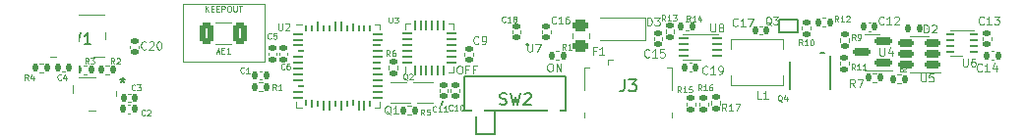
<source format=gto>
%TF.GenerationSoftware,KiCad,Pcbnew,6.0.7-f9a2dced07~116~ubuntu22.04.1*%
%TF.CreationDate,2022-09-22T15:06:03+08:00*%
%TF.ProjectId,OSSG_v0p4,4f535347-5f76-4307-9034-2e6b69636164,v0.4*%
%TF.SameCoordinates,Original*%
%TF.FileFunction,Legend,Top*%
%TF.FilePolarity,Positive*%
%FSLAX46Y46*%
G04 Gerber Fmt 4.6, Leading zero omitted, Abs format (unit mm)*
G04 Created by KiCad (PCBNEW 6.0.7-f9a2dced07~116~ubuntu22.04.1) date 2022-09-22 15:06:03*
%MOMM*%
%LPD*%
G01*
G04 APERTURE LIST*
G04 Aperture macros list*
%AMRoundRect*
0 Rectangle with rounded corners*
0 $1 Rounding radius*
0 $2 $3 $4 $5 $6 $7 $8 $9 X,Y pos of 4 corners*
0 Add a 4 corners polygon primitive as box body*
4,1,4,$2,$3,$4,$5,$6,$7,$8,$9,$2,$3,0*
0 Add four circle primitives for the rounded corners*
1,1,$1+$1,$2,$3*
1,1,$1+$1,$4,$5*
1,1,$1+$1,$6,$7*
1,1,$1+$1,$8,$9*
0 Add four rect primitives between the rounded corners*
20,1,$1+$1,$2,$3,$4,$5,0*
20,1,$1+$1,$4,$5,$6,$7,0*
20,1,$1+$1,$6,$7,$8,$9,0*
20,1,$1+$1,$8,$9,$2,$3,0*%
%AMFreePoly0*
4,1,103,0.919391,0.822403,0.926250,0.818200,0.934269,0.817569,1.160851,0.702119,1.166075,0.696003,1.173507,0.692924,1.353325,0.513107,1.356403,0.505675,1.362519,0.500452,1.477969,0.273869,1.478600,0.265849,1.482803,0.258991,1.508245,0.098357,1.511543,0.091283,1.519917,0.075198,1.519565,0.074081,1.520059,0.073021,1.523152,0.002182,1.522358,0.000000,1.523152,-0.002182,
1.520059,-0.073021,1.519565,-0.074081,1.519917,-0.075198,1.511543,-0.091283,1.508245,-0.098357,1.482803,-0.258991,1.478600,-0.265849,1.477969,-0.273869,1.362519,-0.500452,1.356403,-0.505675,1.353325,-0.513107,1.173507,-0.692924,1.166075,-0.696003,1.160851,-0.702119,0.934269,-0.817569,0.926250,-0.818200,0.919391,-0.822403,0.668222,-0.862184,0.660400,-0.860306,0.652579,-0.862184,
0.401409,-0.822403,0.394551,-0.818200,0.386531,-0.817569,0.159948,-0.702119,0.154725,-0.696003,0.147293,-0.692925,-0.032524,-0.513107,-0.035603,-0.505675,-0.041719,-0.500451,-0.157169,-0.273869,-0.157800,-0.265850,-0.162003,-0.258991,-0.187445,-0.098355,-0.190741,-0.091288,-0.199117,-0.075198,-0.198765,-0.074081,-0.199259,-0.073021,-0.202352,-0.002181,-0.201558,0.000000,0.203023,0.000000,
0.225408,-0.141336,0.290375,-0.268841,0.391559,-0.370025,0.519062,-0.434992,0.660400,-0.457377,0.801736,-0.434992,0.929241,-0.370025,1.030425,-0.268841,1.095392,-0.141338,1.117777,0.000000,1.095392,0.141338,1.030425,0.268841,0.929241,0.370025,0.801736,0.434992,0.660400,0.457377,0.519062,0.434992,0.391559,0.370025,0.290375,0.268841,0.225408,0.141336,0.203023,0.000000,
-0.201558,0.000000,-0.202352,0.002181,-0.199259,0.073021,-0.198765,0.074081,-0.199117,0.075198,-0.190741,0.091288,-0.187445,0.098355,-0.162003,0.258991,-0.157800,0.265850,-0.157169,0.273869,-0.041719,0.500451,-0.035603,0.505675,-0.032524,0.513107,0.147293,0.692925,0.154725,0.696003,0.159948,0.702119,0.386531,0.817569,0.394551,0.818200,0.401409,0.822403,0.652579,0.862184,
0.660400,0.860306,0.668222,0.862184,0.919391,0.822403,0.919391,0.822403,$1*%
G04 Aperture macros list end*
%ADD10C,0.150000*%
%ADD11C,0.120000*%
%ADD12C,0.110000*%
%ADD13C,0.100000*%
%ADD14C,0.070000*%
%ADD15C,0.127000*%
%ADD16C,0.200000*%
%ADD17C,0.000100*%
%ADD18C,0.001000*%
%ADD19C,1.100000*%
%ADD20R,0.700000X1.600000*%
%ADD21RoundRect,0.062500X-0.375000X-0.062500X0.375000X-0.062500X0.375000X0.062500X-0.375000X0.062500X0*%
%ADD22RoundRect,0.062500X-0.162500X-0.062500X0.162500X-0.062500X0.162500X0.062500X-0.162500X0.062500X0*%
%ADD23RoundRect,0.062500X-0.062500X-0.162500X0.062500X-0.162500X0.062500X0.162500X-0.062500X0.162500X0*%
%ADD24RoundRect,0.062500X-0.062500X-0.237500X0.062500X-0.237500X0.062500X0.237500X-0.062500X0.237500X0*%
%ADD25RoundRect,0.062500X-0.062500X-0.375000X0.062500X-0.375000X0.062500X0.375000X-0.062500X0.375000X0*%
%ADD26RoundRect,0.062500X-0.062500X-0.187500X0.062500X-0.187500X0.062500X0.187500X-0.062500X0.187500X0*%
%ADD27RoundRect,0.062500X-0.237500X-0.062500X0.237500X-0.062500X0.237500X0.062500X-0.237500X0.062500X0*%
%ADD28RoundRect,0.062500X-0.287500X-0.062500X0.287500X-0.062500X0.287500X0.062500X-0.287500X0.062500X0*%
%ADD29R,4.500000X4.500000*%
%ADD30RoundRect,0.135000X0.135000X0.185000X-0.135000X0.185000X-0.135000X-0.185000X0.135000X-0.185000X0*%
%ADD31R,0.510000X0.400000*%
%ADD32RoundRect,0.140000X-0.140000X-0.170000X0.140000X-0.170000X0.140000X0.170000X-0.140000X0.170000X0*%
%ADD33RoundRect,0.140000X0.140000X0.170000X-0.140000X0.170000X-0.140000X-0.170000X0.140000X-0.170000X0*%
%ADD34R,0.900000X1.200000*%
%ADD35R,0.400000X1.350000*%
%ADD36O,0.890000X1.550000*%
%ADD37R,1.200000X1.550000*%
%ADD38R,1.500000X1.550000*%
%ADD39O,1.250000X0.950000*%
%ADD40RoundRect,0.140000X-0.170000X0.140000X-0.170000X-0.140000X0.170000X-0.140000X0.170000X0.140000X0*%
%ADD41RoundRect,0.135000X-0.135000X-0.185000X0.135000X-0.185000X0.135000X0.185000X-0.135000X0.185000X0*%
%ADD42RoundRect,0.135000X0.185000X-0.135000X0.185000X0.135000X-0.185000X0.135000X-0.185000X-0.135000X0*%
%ADD43C,0.750000*%
%ADD44R,1.550000X1.000000*%
%ADD45R,0.280000X0.170000*%
%ADD46R,0.280000X0.520000*%
%ADD47R,1.600000X2.300000*%
%ADD48RoundRect,0.150000X0.512500X0.150000X-0.512500X0.150000X-0.512500X-0.150000X0.512500X-0.150000X0*%
%ADD49R,0.522000X0.725000*%
%ADD50FreePoly0,0.000000*%
%ADD51C,0.381000*%
%ADD52RoundRect,0.250000X0.450000X-0.262500X0.450000X0.262500X-0.450000X0.262500X-0.450000X-0.262500X0*%
%ADD53RoundRect,0.250000X-0.325000X-0.650000X0.325000X-0.650000X0.325000X0.650000X-0.325000X0.650000X0*%
%ADD54RoundRect,0.062500X0.287500X0.062500X-0.287500X0.062500X-0.287500X-0.062500X0.287500X-0.062500X0*%
%ADD55R,0.800000X1.600000*%
%ADD56RoundRect,0.062500X0.337500X0.062500X-0.337500X0.062500X-0.337500X-0.062500X0.337500X-0.062500X0*%
%ADD57R,1.700000X1.400000*%
%ADD58RoundRect,0.135000X-0.185000X0.135000X-0.185000X-0.135000X0.185000X-0.135000X0.185000X0.135000X0*%
%ADD59RoundRect,0.140000X0.170000X-0.140000X0.170000X0.140000X-0.170000X0.140000X-0.170000X-0.140000X0*%
%ADD60RoundRect,0.147500X0.147500X0.172500X-0.147500X0.172500X-0.147500X-0.172500X0.147500X-0.172500X0*%
%ADD61R,0.400000X0.500000*%
%ADD62RoundRect,0.062500X0.062500X-0.350000X0.062500X0.350000X-0.062500X0.350000X-0.062500X-0.350000X0*%
%ADD63RoundRect,0.062500X0.350000X-0.062500X0.350000X0.062500X-0.350000X0.062500X-0.350000X-0.062500X0*%
%ADD64R,2.600000X2.600000*%
%ADD65RoundRect,0.150000X0.587500X0.150000X-0.587500X0.150000X-0.587500X-0.150000X0.587500X-0.150000X0*%
G04 APERTURE END LIST*
D10*
X111416330Y-82834838D02*
X111494331Y-82517957D01*
D11*
X112896824Y-79493578D02*
X113030157Y-79493578D01*
X113096824Y-79526912D01*
X113163491Y-79593578D01*
X113196824Y-79726912D01*
X113196824Y-79960245D01*
X113163491Y-80093578D01*
X113096824Y-80160245D01*
X113030157Y-80193578D01*
X112896824Y-80193578D01*
X112830157Y-80160245D01*
X112763491Y-80093578D01*
X112730157Y-79960245D01*
X112730157Y-79726912D01*
X112763491Y-79593578D01*
X112830157Y-79526912D01*
X112896824Y-79493578D01*
X113730157Y-79826912D02*
X113496824Y-79826912D01*
X113496824Y-80193578D02*
X113496824Y-79493578D01*
X113830157Y-79493578D01*
X114330157Y-79826912D02*
X114096824Y-79826912D01*
X114096824Y-80193578D02*
X114096824Y-79493578D01*
X114430157Y-79493578D01*
X120689175Y-79272730D02*
X120822509Y-79272730D01*
X120889175Y-79306064D01*
X120955842Y-79372730D01*
X120989175Y-79506064D01*
X120989175Y-79739397D01*
X120955842Y-79872730D01*
X120889175Y-79939397D01*
X120822509Y-79972730D01*
X120689175Y-79972730D01*
X120622509Y-79939397D01*
X120555842Y-79872730D01*
X120522509Y-79739397D01*
X120522509Y-79506064D01*
X120555842Y-79372730D01*
X120622509Y-79306064D01*
X120689175Y-79272730D01*
X121289175Y-79972730D02*
X121289175Y-79272730D01*
X121689175Y-79972730D01*
X121689175Y-79272730D01*
D10*
%TO.C,SW2*%
X116442158Y-82825038D02*
X116585015Y-82872657D01*
X116823111Y-82872657D01*
X116918349Y-82825038D01*
X116965968Y-82777419D01*
X117013587Y-82682181D01*
X117013587Y-82586943D01*
X116965968Y-82491705D01*
X116918349Y-82444086D01*
X116823111Y-82396467D01*
X116632634Y-82348848D01*
X116537396Y-82301229D01*
X116489777Y-82253610D01*
X116442158Y-82158372D01*
X116442158Y-82063134D01*
X116489777Y-81967896D01*
X116537396Y-81920277D01*
X116632634Y-81872657D01*
X116870730Y-81872657D01*
X117013587Y-81920277D01*
X117346920Y-81872657D02*
X117585015Y-82872657D01*
X117775492Y-82158372D01*
X117965968Y-82872657D01*
X118204063Y-81872657D01*
X118537396Y-81967896D02*
X118585015Y-81920277D01*
X118680253Y-81872657D01*
X118918349Y-81872657D01*
X119013587Y-81920277D01*
X119061206Y-81967896D01*
X119108825Y-82063134D01*
X119108825Y-82158372D01*
X119061206Y-82301229D01*
X118489777Y-82872657D01*
X119108825Y-82872657D01*
D12*
%TO.C,U2*%
X97379246Y-75823605D02*
X97379246Y-76309319D01*
X97407817Y-76366462D01*
X97436389Y-76395034D01*
X97493531Y-76423605D01*
X97607817Y-76423605D01*
X97664960Y-76395034D01*
X97693531Y-76366462D01*
X97722103Y-76309319D01*
X97722103Y-75823605D01*
X97979246Y-75880748D02*
X98007817Y-75852177D01*
X98064960Y-75823605D01*
X98207817Y-75823605D01*
X98264960Y-75852177D01*
X98293531Y-75880748D01*
X98322103Y-75937891D01*
X98322103Y-75995034D01*
X98293531Y-76080748D01*
X97950674Y-76423605D01*
X98322103Y-76423605D01*
D13*
%TO.C,R1*%
X97172277Y-81610968D02*
X97005611Y-81372873D01*
X96886563Y-81610968D02*
X96886563Y-81110968D01*
X97077039Y-81110968D01*
X97124658Y-81134778D01*
X97148468Y-81158587D01*
X97172277Y-81206206D01*
X97172277Y-81277635D01*
X97148468Y-81325254D01*
X97124658Y-81349063D01*
X97077039Y-81372873D01*
X96886563Y-81372873D01*
X97648468Y-81610968D02*
X97362753Y-81610968D01*
X97505611Y-81610968D02*
X97505611Y-81110968D01*
X97457991Y-81182397D01*
X97410372Y-81230016D01*
X97362753Y-81253825D01*
D11*
%TO.C,Q1*%
X107053704Y-83733159D02*
X106987037Y-83699826D01*
X106920371Y-83633159D01*
X106820371Y-83533159D01*
X106753704Y-83499826D01*
X106687037Y-83499826D01*
X106720371Y-83666492D02*
X106653704Y-83633159D01*
X106587037Y-83566492D01*
X106553704Y-83433159D01*
X106553704Y-83199826D01*
X106587037Y-83066492D01*
X106653704Y-82999826D01*
X106720371Y-82966492D01*
X106853704Y-82966492D01*
X106920371Y-82999826D01*
X106987037Y-83066492D01*
X107020371Y-83199826D01*
X107020371Y-83433159D01*
X106987037Y-83566492D01*
X106920371Y-83633159D01*
X106853704Y-83666492D01*
X106720371Y-83666492D01*
X107687037Y-83666492D02*
X107287037Y-83666492D01*
X107487037Y-83666492D02*
X107487037Y-82966492D01*
X107420371Y-83066492D01*
X107353704Y-83133159D01*
X107287037Y-83166492D01*
%TO.C,C19*%
X134292539Y-80157125D02*
X134259205Y-80190458D01*
X134159205Y-80223791D01*
X134092539Y-80223791D01*
X133992539Y-80190458D01*
X133925872Y-80123791D01*
X133892539Y-80057125D01*
X133859205Y-79923791D01*
X133859205Y-79823791D01*
X133892539Y-79690458D01*
X133925872Y-79623791D01*
X133992539Y-79557125D01*
X134092539Y-79523791D01*
X134159205Y-79523791D01*
X134259205Y-79557125D01*
X134292539Y-79590458D01*
X134959205Y-80223791D02*
X134559205Y-80223791D01*
X134759205Y-80223791D02*
X134759205Y-79523791D01*
X134692539Y-79623791D01*
X134625872Y-79690458D01*
X134559205Y-79723791D01*
X135292539Y-80223791D02*
X135425872Y-80223791D01*
X135492539Y-80190458D01*
X135525872Y-80157125D01*
X135592539Y-80057125D01*
X135625872Y-79923791D01*
X135625872Y-79657125D01*
X135592539Y-79590458D01*
X135559205Y-79557125D01*
X135492539Y-79523791D01*
X135359205Y-79523791D01*
X135292539Y-79557125D01*
X135259205Y-79590458D01*
X135225872Y-79657125D01*
X135225872Y-79823791D01*
X135259205Y-79890458D01*
X135292539Y-79923791D01*
X135359205Y-79957125D01*
X135492539Y-79957125D01*
X135559205Y-79923791D01*
X135592539Y-79890458D01*
X135625872Y-79823791D01*
%TO.C,C14*%
X157903196Y-79924738D02*
X157869862Y-79958071D01*
X157769862Y-79991404D01*
X157703196Y-79991404D01*
X157603196Y-79958071D01*
X157536529Y-79891404D01*
X157503196Y-79824738D01*
X157469862Y-79691404D01*
X157469862Y-79591404D01*
X157503196Y-79458071D01*
X157536529Y-79391404D01*
X157603196Y-79324738D01*
X157703196Y-79291404D01*
X157769862Y-79291404D01*
X157869862Y-79324738D01*
X157903196Y-79358071D01*
X158569862Y-79991404D02*
X158169862Y-79991404D01*
X158369862Y-79991404D02*
X158369862Y-79291404D01*
X158303196Y-79391404D01*
X158236529Y-79458071D01*
X158169862Y-79491404D01*
X159169862Y-79524738D02*
X159169862Y-79991404D01*
X159003196Y-79258071D02*
X158836529Y-79758071D01*
X159269862Y-79758071D01*
%TO.C,D3*%
X129113328Y-76034118D02*
X129113328Y-75334118D01*
X129279995Y-75334118D01*
X129379995Y-75367452D01*
X129446661Y-75434118D01*
X129479995Y-75500785D01*
X129513328Y-75634118D01*
X129513328Y-75734118D01*
X129479995Y-75867452D01*
X129446661Y-75934118D01*
X129379995Y-76000785D01*
X129279995Y-76034118D01*
X129113328Y-76034118D01*
X129746661Y-75334118D02*
X130179995Y-75334118D01*
X129946661Y-75600785D01*
X130046661Y-75600785D01*
X130113328Y-75634118D01*
X130146661Y-75667452D01*
X130179995Y-75734118D01*
X130179995Y-75900785D01*
X130146661Y-75967452D01*
X130113328Y-76000785D01*
X130046661Y-76034118D01*
X129846661Y-76034118D01*
X129779995Y-76000785D01*
X129746661Y-75967452D01*
D10*
%TO.C,J3*%
X127158990Y-80700223D02*
X127158990Y-81414509D01*
X127111371Y-81557366D01*
X127016133Y-81652604D01*
X126873276Y-81700223D01*
X126778038Y-81700223D01*
X127539943Y-80700223D02*
X128158990Y-80700223D01*
X127825657Y-81081176D01*
X127968514Y-81081176D01*
X128063752Y-81128795D01*
X128111371Y-81176414D01*
X128158990Y-81271652D01*
X128158990Y-81509747D01*
X128111371Y-81604985D01*
X128063752Y-81652604D01*
X127968514Y-81700223D01*
X127682800Y-81700223D01*
X127587562Y-81652604D01*
X127539943Y-81604985D01*
D13*
%TO.C,C10*%
X112338048Y-83320540D02*
X112314238Y-83344349D01*
X112242810Y-83368159D01*
X112195191Y-83368159D01*
X112123762Y-83344349D01*
X112076143Y-83296730D01*
X112052334Y-83249111D01*
X112028524Y-83153873D01*
X112028524Y-83082445D01*
X112052334Y-82987207D01*
X112076143Y-82939588D01*
X112123762Y-82891969D01*
X112195191Y-82868159D01*
X112242810Y-82868159D01*
X112314238Y-82891969D01*
X112338048Y-82915778D01*
X112814238Y-83368159D02*
X112528524Y-83368159D01*
X112671381Y-83368159D02*
X112671381Y-82868159D01*
X112623762Y-82939588D01*
X112576143Y-82987207D01*
X112528524Y-83011016D01*
X113123762Y-82868159D02*
X113171381Y-82868159D01*
X113219000Y-82891969D01*
X113242810Y-82915778D01*
X113266619Y-82963397D01*
X113290429Y-83058635D01*
X113290429Y-83177683D01*
X113266619Y-83272921D01*
X113242810Y-83320540D01*
X113219000Y-83344349D01*
X113171381Y-83368159D01*
X113123762Y-83368159D01*
X113076143Y-83344349D01*
X113052334Y-83320540D01*
X113028524Y-83272921D01*
X113004715Y-83177683D01*
X113004715Y-83058635D01*
X113028524Y-82963397D01*
X113052334Y-82915778D01*
X113076143Y-82891969D01*
X113123762Y-82868159D01*
%TO.C,R3*%
X81028529Y-79324244D02*
X80861863Y-79086149D01*
X80742815Y-79324244D02*
X80742815Y-78824244D01*
X80933291Y-78824244D01*
X80980910Y-78848054D01*
X81004720Y-78871863D01*
X81028529Y-78919482D01*
X81028529Y-78990911D01*
X81004720Y-79038530D01*
X80980910Y-79062339D01*
X80933291Y-79086149D01*
X80742815Y-79086149D01*
X81195196Y-78824244D02*
X81504720Y-78824244D01*
X81338053Y-79014720D01*
X81409482Y-79014720D01*
X81457101Y-79038530D01*
X81480910Y-79062339D01*
X81504720Y-79109958D01*
X81504720Y-79229006D01*
X81480910Y-79276625D01*
X81457101Y-79300434D01*
X81409482Y-79324244D01*
X81266624Y-79324244D01*
X81219005Y-79300434D01*
X81195196Y-79276625D01*
%TO.C,R6*%
X106958759Y-78668458D02*
X106792093Y-78430363D01*
X106673045Y-78668458D02*
X106673045Y-78168458D01*
X106863521Y-78168458D01*
X106911140Y-78192268D01*
X106934950Y-78216077D01*
X106958759Y-78263696D01*
X106958759Y-78335125D01*
X106934950Y-78382744D01*
X106911140Y-78406553D01*
X106863521Y-78430363D01*
X106673045Y-78430363D01*
X107387331Y-78168458D02*
X107292093Y-78168458D01*
X107244473Y-78192268D01*
X107220664Y-78216077D01*
X107173045Y-78287506D01*
X107149235Y-78382744D01*
X107149235Y-78573220D01*
X107173045Y-78620839D01*
X107196854Y-78644648D01*
X107244473Y-78668458D01*
X107339712Y-78668458D01*
X107387331Y-78644648D01*
X107411140Y-78620839D01*
X107434950Y-78573220D01*
X107434950Y-78454172D01*
X107411140Y-78406553D01*
X107387331Y-78382744D01*
X107339712Y-78358934D01*
X107244473Y-78358934D01*
X107196854Y-78382744D01*
X107173045Y-78406553D01*
X107149235Y-78454172D01*
D12*
%TO.C,R17*%
X135931069Y-83383691D02*
X135731069Y-83097977D01*
X135588212Y-83383691D02*
X135588212Y-82783691D01*
X135816784Y-82783691D01*
X135873926Y-82812263D01*
X135902498Y-82840834D01*
X135931069Y-82897977D01*
X135931069Y-82983691D01*
X135902498Y-83040834D01*
X135873926Y-83069405D01*
X135816784Y-83097977D01*
X135588212Y-83097977D01*
X136502498Y-83383691D02*
X136159641Y-83383691D01*
X136331069Y-83383691D02*
X136331069Y-82783691D01*
X136273926Y-82869405D01*
X136216784Y-82926548D01*
X136159641Y-82955120D01*
X136702498Y-82783691D02*
X137102498Y-82783691D01*
X136845355Y-83383691D01*
D13*
%TO.C,C18*%
X116897402Y-75679353D02*
X116873592Y-75703162D01*
X116802164Y-75726972D01*
X116754545Y-75726972D01*
X116683116Y-75703162D01*
X116635497Y-75655543D01*
X116611688Y-75607924D01*
X116587878Y-75512686D01*
X116587878Y-75441258D01*
X116611688Y-75346020D01*
X116635497Y-75298401D01*
X116683116Y-75250782D01*
X116754545Y-75226972D01*
X116802164Y-75226972D01*
X116873592Y-75250782D01*
X116897402Y-75274591D01*
X117373592Y-75726972D02*
X117087878Y-75726972D01*
X117230735Y-75726972D02*
X117230735Y-75226972D01*
X117183116Y-75298401D01*
X117135497Y-75346020D01*
X117087878Y-75369829D01*
X117659307Y-75441258D02*
X117611688Y-75417448D01*
X117587878Y-75393639D01*
X117564069Y-75346020D01*
X117564069Y-75322210D01*
X117587878Y-75274591D01*
X117611688Y-75250782D01*
X117659307Y-75226972D01*
X117754545Y-75226972D01*
X117802164Y-75250782D01*
X117825973Y-75274591D01*
X117849783Y-75322210D01*
X117849783Y-75346020D01*
X117825973Y-75393639D01*
X117802164Y-75417448D01*
X117754545Y-75441258D01*
X117659307Y-75441258D01*
X117611688Y-75465067D01*
X117587878Y-75488877D01*
X117564069Y-75536496D01*
X117564069Y-75631734D01*
X117587878Y-75679353D01*
X117611688Y-75703162D01*
X117659307Y-75726972D01*
X117754545Y-75726972D01*
X117802164Y-75703162D01*
X117825973Y-75679353D01*
X117849783Y-75631734D01*
X117849783Y-75536496D01*
X117825973Y-75488877D01*
X117802164Y-75465067D01*
X117754545Y-75441258D01*
D10*
%TO.C,SW1*%
X78568448Y-77595545D02*
X78711305Y-77643164D01*
X78949401Y-77643164D01*
X79044639Y-77595545D01*
X79092258Y-77547926D01*
X79139877Y-77452688D01*
X79139877Y-77357450D01*
X79092258Y-77262212D01*
X79044639Y-77214593D01*
X78949401Y-77166974D01*
X78758924Y-77119355D01*
X78663686Y-77071736D01*
X78616067Y-77024117D01*
X78568448Y-76928879D01*
X78568448Y-76833641D01*
X78616067Y-76738403D01*
X78663686Y-76690784D01*
X78758924Y-76643164D01*
X78997020Y-76643164D01*
X79139877Y-76690784D01*
X79473210Y-76643164D02*
X79711305Y-77643164D01*
X79901782Y-76928879D01*
X80092258Y-77643164D01*
X80330353Y-76643164D01*
X81235115Y-77643164D02*
X80663686Y-77643164D01*
X80949401Y-77643164D02*
X80949401Y-76643164D01*
X80854162Y-76786022D01*
X80758924Y-76881260D01*
X80663686Y-76928879D01*
D11*
%TO.C,Q3*%
X139789942Y-75975277D02*
X139729950Y-75945281D01*
X139669957Y-75885289D01*
X139579968Y-75795300D01*
X139519976Y-75765304D01*
X139459983Y-75765304D01*
X139489980Y-75915285D02*
X139429987Y-75885289D01*
X139369995Y-75825296D01*
X139339998Y-75705311D01*
X139339998Y-75495337D01*
X139369995Y-75375352D01*
X139429987Y-75315360D01*
X139489980Y-75285364D01*
X139609965Y-75285364D01*
X139669957Y-75315360D01*
X139729950Y-75375352D01*
X139759946Y-75495337D01*
X139759946Y-75705311D01*
X139729950Y-75825296D01*
X139669957Y-75885289D01*
X139609965Y-75915285D01*
X139489980Y-75915285D01*
X139969919Y-75285364D02*
X140359871Y-75285364D01*
X140149897Y-75525334D01*
X140239886Y-75525334D01*
X140299878Y-75555330D01*
X140329874Y-75585326D01*
X140359871Y-75645319D01*
X140359871Y-75795300D01*
X140329874Y-75855292D01*
X140299878Y-75885289D01*
X140239886Y-75915285D01*
X140059908Y-75915285D01*
X139999916Y-75885289D01*
X139969919Y-75855292D01*
D13*
%TO.C,R4*%
X75844296Y-80765460D02*
X75677630Y-80527365D01*
X75558582Y-80765460D02*
X75558582Y-80265460D01*
X75749058Y-80265460D01*
X75796677Y-80289270D01*
X75820487Y-80313079D01*
X75844296Y-80360698D01*
X75844296Y-80432127D01*
X75820487Y-80479746D01*
X75796677Y-80503555D01*
X75749058Y-80527365D01*
X75558582Y-80527365D01*
X76272868Y-80432127D02*
X76272868Y-80765460D01*
X76153820Y-80241650D02*
X76034772Y-80598793D01*
X76344296Y-80598793D01*
D11*
%TO.C,L1*%
X138909363Y-82372351D02*
X138576030Y-82372351D01*
X138576030Y-81672351D01*
X139509363Y-82372351D02*
X139109363Y-82372351D01*
X139309363Y-82372351D02*
X139309363Y-81672351D01*
X139242696Y-81772351D01*
X139176030Y-81839018D01*
X139109363Y-81872351D01*
D13*
%TO.C,C1*%
X94396937Y-80088356D02*
X94373128Y-80112165D01*
X94301699Y-80135975D01*
X94254080Y-80135975D01*
X94182651Y-80112165D01*
X94135032Y-80064546D01*
X94111223Y-80016927D01*
X94087413Y-79921689D01*
X94087413Y-79850261D01*
X94111223Y-79755023D01*
X94135032Y-79707404D01*
X94182651Y-79659785D01*
X94254080Y-79635975D01*
X94301699Y-79635975D01*
X94373128Y-79659785D01*
X94396937Y-79683594D01*
X94873128Y-80135975D02*
X94587413Y-80135975D01*
X94730271Y-80135975D02*
X94730271Y-79635975D01*
X94682651Y-79707404D01*
X94635032Y-79755023D01*
X94587413Y-79778832D01*
%TO.C,Q2*%
X108475600Y-80743537D02*
X108427981Y-80719728D01*
X108380362Y-80672108D01*
X108308934Y-80600680D01*
X108261315Y-80576870D01*
X108213696Y-80576870D01*
X108237505Y-80695918D02*
X108189886Y-80672108D01*
X108142267Y-80624489D01*
X108118458Y-80529251D01*
X108118458Y-80362585D01*
X108142267Y-80267347D01*
X108189886Y-80219728D01*
X108237505Y-80195918D01*
X108332743Y-80195918D01*
X108380362Y-80219728D01*
X108427981Y-80267347D01*
X108451791Y-80362585D01*
X108451791Y-80529251D01*
X108427981Y-80624489D01*
X108380362Y-80672108D01*
X108332743Y-80695918D01*
X108237505Y-80695918D01*
X108642267Y-80243537D02*
X108666077Y-80219728D01*
X108713696Y-80195918D01*
X108832743Y-80195918D01*
X108880362Y-80219728D01*
X108904172Y-80243537D01*
X108927981Y-80291156D01*
X108927981Y-80338775D01*
X108904172Y-80410204D01*
X108618458Y-80695918D01*
X108927981Y-80695918D01*
D11*
%TO.C,U5*%
X152671724Y-80166843D02*
X152671724Y-80733510D01*
X152705058Y-80800177D01*
X152738391Y-80833510D01*
X152805058Y-80866843D01*
X152938391Y-80866843D01*
X153005058Y-80833510D01*
X153038391Y-80800177D01*
X153071724Y-80733510D01*
X153071724Y-80166843D01*
X153738391Y-80166843D02*
X153405058Y-80166843D01*
X153371724Y-80500177D01*
X153405058Y-80466843D01*
X153471724Y-80433510D01*
X153638391Y-80433510D01*
X153705058Y-80466843D01*
X153738391Y-80500177D01*
X153771724Y-80566843D01*
X153771724Y-80733510D01*
X153738391Y-80800177D01*
X153705058Y-80833510D01*
X153638391Y-80866843D01*
X153471724Y-80866843D01*
X153405058Y-80833510D01*
X153371724Y-80800177D01*
%TO.C,U7*%
X118811421Y-77579494D02*
X118811421Y-78146161D01*
X118844755Y-78212828D01*
X118878088Y-78246161D01*
X118944755Y-78279494D01*
X119078088Y-78279494D01*
X119144755Y-78246161D01*
X119178088Y-78212828D01*
X119211421Y-78146161D01*
X119211421Y-77579494D01*
X119478088Y-77579494D02*
X119944755Y-77579494D01*
X119644755Y-78279494D01*
D10*
%TO.C,U1*%
X78068896Y-82718557D02*
X78068896Y-83528081D01*
X78116515Y-83623319D01*
X78164134Y-83670938D01*
X78259372Y-83718557D01*
X78449848Y-83718557D01*
X78545086Y-83670938D01*
X78592705Y-83623319D01*
X78640324Y-83528081D01*
X78640324Y-82718557D01*
X79640324Y-83718557D02*
X79068896Y-83718557D01*
X79354610Y-83718557D02*
X79354610Y-82718557D01*
X79259372Y-82861415D01*
X79164134Y-82956653D01*
X79068896Y-83004272D01*
X83951065Y-80506260D02*
X83951065Y-80744356D01*
X83712969Y-80649118D02*
X83951065Y-80744356D01*
X84189160Y-80649118D01*
X83808207Y-80934832D02*
X83951065Y-80744356D01*
X84093922Y-80934832D01*
D13*
%TO.C,R14*%
X132823313Y-75652391D02*
X132656646Y-75414296D01*
X132537599Y-75652391D02*
X132537599Y-75152391D01*
X132728075Y-75152391D01*
X132775694Y-75176201D01*
X132799503Y-75200010D01*
X132823313Y-75247629D01*
X132823313Y-75319058D01*
X132799503Y-75366677D01*
X132775694Y-75390486D01*
X132728075Y-75414296D01*
X132537599Y-75414296D01*
X133299503Y-75652391D02*
X133013789Y-75652391D01*
X133156646Y-75652391D02*
X133156646Y-75152391D01*
X133109027Y-75223820D01*
X133061408Y-75271439D01*
X133013789Y-75295248D01*
X133728075Y-75319058D02*
X133728075Y-75652391D01*
X133609027Y-75128581D02*
X133489980Y-75485724D01*
X133799503Y-75485724D01*
D11*
%TO.C,F1*%
X124677964Y-78172372D02*
X124444631Y-78172372D01*
X124444631Y-78539038D02*
X124444631Y-77839038D01*
X124777964Y-77839038D01*
X125411298Y-78539038D02*
X125011298Y-78539038D01*
X125211298Y-78539038D02*
X125211298Y-77839038D01*
X125144631Y-77939038D01*
X125077964Y-78005705D01*
X125011298Y-78039038D01*
D14*
%TO.C,AE1*%
X92044984Y-78285249D02*
X92283079Y-78285249D01*
X91997365Y-78428106D02*
X92164032Y-77928106D01*
X92330698Y-78428106D01*
X92497365Y-78166201D02*
X92664032Y-78166201D01*
X92735460Y-78428106D02*
X92497365Y-78428106D01*
X92497365Y-77928106D01*
X92735460Y-77928106D01*
X93211651Y-78428106D02*
X92925937Y-78428106D01*
X93068794Y-78428106D02*
X93068794Y-77928106D01*
X93021175Y-77999535D01*
X92973556Y-78047154D01*
X92925937Y-78070963D01*
X91080698Y-74828106D02*
X91080698Y-74328106D01*
X91366413Y-74828106D02*
X91152127Y-74542392D01*
X91366413Y-74328106D02*
X91080698Y-74613820D01*
X91580698Y-74566201D02*
X91747365Y-74566201D01*
X91818794Y-74828106D02*
X91580698Y-74828106D01*
X91580698Y-74328106D01*
X91818794Y-74328106D01*
X92033079Y-74566201D02*
X92199746Y-74566201D01*
X92271175Y-74828106D02*
X92033079Y-74828106D01*
X92033079Y-74328106D01*
X92271175Y-74328106D01*
X92485460Y-74828106D02*
X92485460Y-74328106D01*
X92675937Y-74328106D01*
X92723556Y-74351916D01*
X92747365Y-74375725D01*
X92771175Y-74423344D01*
X92771175Y-74494773D01*
X92747365Y-74542392D01*
X92723556Y-74566201D01*
X92675937Y-74590011D01*
X92485460Y-74590011D01*
X93080698Y-74328106D02*
X93175937Y-74328106D01*
X93223556Y-74351916D01*
X93271175Y-74399535D01*
X93294984Y-74494773D01*
X93294984Y-74661439D01*
X93271175Y-74756677D01*
X93223556Y-74804296D01*
X93175937Y-74828106D01*
X93080698Y-74828106D01*
X93033079Y-74804296D01*
X92985460Y-74756677D01*
X92961651Y-74661439D01*
X92961651Y-74494773D01*
X92985460Y-74399535D01*
X93033079Y-74351916D01*
X93080698Y-74328106D01*
X93509270Y-74328106D02*
X93509270Y-74732868D01*
X93533079Y-74780487D01*
X93556889Y-74804296D01*
X93604508Y-74828106D01*
X93699746Y-74828106D01*
X93747365Y-74804296D01*
X93771175Y-74780487D01*
X93794984Y-74732868D01*
X93794984Y-74328106D01*
X93961651Y-74328106D02*
X94247365Y-74328106D01*
X94104508Y-74828106D02*
X94104508Y-74328106D01*
D13*
%TO.C,R5*%
X109932968Y-83755780D02*
X109766302Y-83517685D01*
X109647254Y-83755780D02*
X109647254Y-83255780D01*
X109837730Y-83255780D01*
X109885349Y-83279590D01*
X109909159Y-83303399D01*
X109932968Y-83351018D01*
X109932968Y-83422447D01*
X109909159Y-83470066D01*
X109885349Y-83493875D01*
X109837730Y-83517685D01*
X109647254Y-83517685D01*
X110385349Y-83255780D02*
X110147254Y-83255780D01*
X110123444Y-83493875D01*
X110147254Y-83470066D01*
X110194873Y-83446256D01*
X110313921Y-83446256D01*
X110361540Y-83470066D01*
X110385349Y-83493875D01*
X110409159Y-83541494D01*
X110409159Y-83660542D01*
X110385349Y-83708161D01*
X110361540Y-83731970D01*
X110313921Y-83755780D01*
X110194873Y-83755780D01*
X110147254Y-83731970D01*
X110123444Y-83708161D01*
D11*
%TO.C,U6*%
X156287065Y-78863187D02*
X156287065Y-79429854D01*
X156320399Y-79496521D01*
X156353732Y-79529854D01*
X156420399Y-79563187D01*
X156553732Y-79563187D01*
X156620399Y-79529854D01*
X156653732Y-79496521D01*
X156687065Y-79429854D01*
X156687065Y-78863187D01*
X157320399Y-78863187D02*
X157187065Y-78863187D01*
X157120399Y-78896521D01*
X157087065Y-78929854D01*
X157020399Y-79029854D01*
X156987065Y-79163187D01*
X156987065Y-79429854D01*
X157020399Y-79496521D01*
X157053732Y-79529854D01*
X157120399Y-79563187D01*
X157253732Y-79563187D01*
X157320399Y-79529854D01*
X157353732Y-79496521D01*
X157387065Y-79429854D01*
X157387065Y-79263187D01*
X157353732Y-79196521D01*
X157320399Y-79163187D01*
X157253732Y-79129854D01*
X157120399Y-79129854D01*
X157053732Y-79163187D01*
X157020399Y-79196521D01*
X156987065Y-79263187D01*
%TO.C,R7*%
X146986754Y-81358209D02*
X146753421Y-81024876D01*
X146586754Y-81358209D02*
X146586754Y-80658209D01*
X146853421Y-80658209D01*
X146920087Y-80691543D01*
X146953421Y-80724876D01*
X146986754Y-80791543D01*
X146986754Y-80891543D01*
X146953421Y-80958209D01*
X146920087Y-80991543D01*
X146853421Y-81024876D01*
X146586754Y-81024876D01*
X147220087Y-80658209D02*
X147686754Y-80658209D01*
X147386754Y-81358209D01*
D13*
%TO.C,C4*%
X78662807Y-80689359D02*
X78638998Y-80713168D01*
X78567569Y-80736978D01*
X78519950Y-80736978D01*
X78448521Y-80713168D01*
X78400902Y-80665549D01*
X78377093Y-80617930D01*
X78353283Y-80522692D01*
X78353283Y-80451264D01*
X78377093Y-80356026D01*
X78400902Y-80308407D01*
X78448521Y-80260788D01*
X78519950Y-80236978D01*
X78567569Y-80236978D01*
X78638998Y-80260788D01*
X78662807Y-80284597D01*
X79091379Y-80403645D02*
X79091379Y-80736978D01*
X78972331Y-80213168D02*
X78853283Y-80570311D01*
X79162807Y-80570311D01*
D11*
%TO.C,C17*%
X136883310Y-76015496D02*
X136849976Y-76048829D01*
X136749976Y-76082162D01*
X136683310Y-76082162D01*
X136583310Y-76048829D01*
X136516643Y-75982162D01*
X136483310Y-75915496D01*
X136449976Y-75782162D01*
X136449976Y-75682162D01*
X136483310Y-75548829D01*
X136516643Y-75482162D01*
X136583310Y-75415496D01*
X136683310Y-75382162D01*
X136749976Y-75382162D01*
X136849976Y-75415496D01*
X136883310Y-75448829D01*
X137549976Y-76082162D02*
X137149976Y-76082162D01*
X137349976Y-76082162D02*
X137349976Y-75382162D01*
X137283310Y-75482162D01*
X137216643Y-75548829D01*
X137149976Y-75582162D01*
X137783310Y-75382162D02*
X138249976Y-75382162D01*
X137949976Y-76082162D01*
%TO.C,U8*%
X134571085Y-75856020D02*
X134571085Y-76422687D01*
X134604419Y-76489354D01*
X134637752Y-76522687D01*
X134704419Y-76556020D01*
X134837752Y-76556020D01*
X134904419Y-76522687D01*
X134937752Y-76489354D01*
X134971085Y-76422687D01*
X134971085Y-75856020D01*
X135404419Y-76156020D02*
X135337752Y-76122687D01*
X135304419Y-76089354D01*
X135271085Y-76022687D01*
X135271085Y-75989354D01*
X135304419Y-75922687D01*
X135337752Y-75889354D01*
X135404419Y-75856020D01*
X135537752Y-75856020D01*
X135604419Y-75889354D01*
X135637752Y-75922687D01*
X135671085Y-75989354D01*
X135671085Y-76022687D01*
X135637752Y-76089354D01*
X135604419Y-76122687D01*
X135537752Y-76156020D01*
X135404419Y-76156020D01*
X135337752Y-76189354D01*
X135304419Y-76222687D01*
X135271085Y-76289354D01*
X135271085Y-76422687D01*
X135304419Y-76489354D01*
X135337752Y-76522687D01*
X135404419Y-76556020D01*
X135537752Y-76556020D01*
X135604419Y-76522687D01*
X135637752Y-76489354D01*
X135671085Y-76422687D01*
X135671085Y-76289354D01*
X135637752Y-76222687D01*
X135604419Y-76189354D01*
X135537752Y-76156020D01*
%TO.C,C12*%
X149463070Y-75875156D02*
X149429736Y-75908489D01*
X149329736Y-75941822D01*
X149263070Y-75941822D01*
X149163070Y-75908489D01*
X149096403Y-75841822D01*
X149063070Y-75775156D01*
X149029736Y-75641822D01*
X149029736Y-75541822D01*
X149063070Y-75408489D01*
X149096403Y-75341822D01*
X149163070Y-75275156D01*
X149263070Y-75241822D01*
X149329736Y-75241822D01*
X149429736Y-75275156D01*
X149463070Y-75308489D01*
X150129736Y-75941822D02*
X149729736Y-75941822D01*
X149929736Y-75941822D02*
X149929736Y-75241822D01*
X149863070Y-75341822D01*
X149796403Y-75408489D01*
X149729736Y-75441822D01*
X150396403Y-75308489D02*
X150429736Y-75275156D01*
X150496403Y-75241822D01*
X150663070Y-75241822D01*
X150729736Y-75275156D01*
X150763070Y-75308489D01*
X150796403Y-75375156D01*
X150796403Y-75441822D01*
X150763070Y-75541822D01*
X150363070Y-75941822D01*
X150796403Y-75941822D01*
D12*
%TO.C,C16*%
X121252282Y-75772719D02*
X121223711Y-75801291D01*
X121137997Y-75829862D01*
X121080854Y-75829862D01*
X120995139Y-75801291D01*
X120937997Y-75744148D01*
X120909425Y-75687005D01*
X120880854Y-75572719D01*
X120880854Y-75487005D01*
X120909425Y-75372719D01*
X120937997Y-75315576D01*
X120995139Y-75258434D01*
X121080854Y-75229862D01*
X121137997Y-75229862D01*
X121223711Y-75258434D01*
X121252282Y-75287005D01*
X121823711Y-75829862D02*
X121480854Y-75829862D01*
X121652282Y-75829862D02*
X121652282Y-75229862D01*
X121595139Y-75315576D01*
X121537997Y-75372719D01*
X121480854Y-75401291D01*
X122337997Y-75229862D02*
X122223711Y-75229862D01*
X122166568Y-75258434D01*
X122137997Y-75287005D01*
X122080854Y-75372719D01*
X122052282Y-75487005D01*
X122052282Y-75715576D01*
X122080854Y-75772719D01*
X122109425Y-75801291D01*
X122166568Y-75829862D01*
X122280854Y-75829862D01*
X122337997Y-75801291D01*
X122366568Y-75772719D01*
X122395139Y-75715576D01*
X122395139Y-75572719D01*
X122366568Y-75515576D01*
X122337997Y-75487005D01*
X122280854Y-75458434D01*
X122166568Y-75458434D01*
X122109425Y-75487005D01*
X122080854Y-75515576D01*
X122052282Y-75572719D01*
D13*
%TO.C,R9*%
X147035718Y-77272619D02*
X146869052Y-77034524D01*
X146750004Y-77272619D02*
X146750004Y-76772619D01*
X146940480Y-76772619D01*
X146988099Y-76796429D01*
X147011909Y-76820238D01*
X147035718Y-76867857D01*
X147035718Y-76939286D01*
X147011909Y-76986905D01*
X146988099Y-77010714D01*
X146940480Y-77034524D01*
X146750004Y-77034524D01*
X147273813Y-77272619D02*
X147369052Y-77272619D01*
X147416671Y-77248809D01*
X147440480Y-77225000D01*
X147488099Y-77153571D01*
X147511909Y-77058333D01*
X147511909Y-76867857D01*
X147488099Y-76820238D01*
X147464290Y-76796429D01*
X147416671Y-76772619D01*
X147321432Y-76772619D01*
X147273813Y-76796429D01*
X147250004Y-76820238D01*
X147226194Y-76867857D01*
X147226194Y-76986905D01*
X147250004Y-77034524D01*
X147273813Y-77058333D01*
X147321432Y-77082143D01*
X147416671Y-77082143D01*
X147464290Y-77058333D01*
X147488099Y-77034524D01*
X147511909Y-76986905D01*
D11*
%TO.C,C20*%
X85979653Y-78024666D02*
X85946319Y-78057999D01*
X85846319Y-78091332D01*
X85779653Y-78091332D01*
X85679653Y-78057999D01*
X85612986Y-77991332D01*
X85579653Y-77924666D01*
X85546319Y-77791332D01*
X85546319Y-77691332D01*
X85579653Y-77557999D01*
X85612986Y-77491332D01*
X85679653Y-77424666D01*
X85779653Y-77391332D01*
X85846319Y-77391332D01*
X85946319Y-77424666D01*
X85979653Y-77457999D01*
X86246319Y-77457999D02*
X86279653Y-77424666D01*
X86346319Y-77391332D01*
X86512986Y-77391332D01*
X86579653Y-77424666D01*
X86612986Y-77457999D01*
X86646319Y-77524666D01*
X86646319Y-77591332D01*
X86612986Y-77691332D01*
X86212986Y-78091332D01*
X86646319Y-78091332D01*
X87079653Y-77391332D02*
X87146319Y-77391332D01*
X87212986Y-77424666D01*
X87246319Y-77457999D01*
X87279653Y-77524666D01*
X87312986Y-77657999D01*
X87312986Y-77824666D01*
X87279653Y-77957999D01*
X87246319Y-78024666D01*
X87212986Y-78057999D01*
X87146319Y-78091332D01*
X87079653Y-78091332D01*
X87012986Y-78057999D01*
X86979653Y-78024666D01*
X86946319Y-77957999D01*
X86912986Y-77824666D01*
X86912986Y-77657999D01*
X86946319Y-77524666D01*
X86979653Y-77457999D01*
X87012986Y-77424666D01*
X87079653Y-77391332D01*
%TO.C,D2*%
X152946584Y-76645194D02*
X152946584Y-75945194D01*
X153113251Y-75945194D01*
X153213251Y-75978528D01*
X153279917Y-76045194D01*
X153313251Y-76111861D01*
X153346584Y-76245194D01*
X153346584Y-76345194D01*
X153313251Y-76478528D01*
X153279917Y-76545194D01*
X153213251Y-76611861D01*
X153113251Y-76645194D01*
X152946584Y-76645194D01*
X153613251Y-76011861D02*
X153646584Y-75978528D01*
X153713251Y-75945194D01*
X153879917Y-75945194D01*
X153946584Y-75978528D01*
X153979917Y-76011861D01*
X154013251Y-76078528D01*
X154013251Y-76145194D01*
X153979917Y-76245194D01*
X153579917Y-76645194D01*
X154013251Y-76645194D01*
D13*
%TO.C,R12*%
X145577889Y-75695358D02*
X145411222Y-75457263D01*
X145292175Y-75695358D02*
X145292175Y-75195358D01*
X145482651Y-75195358D01*
X145530270Y-75219168D01*
X145554079Y-75242977D01*
X145577889Y-75290596D01*
X145577889Y-75362025D01*
X145554079Y-75409644D01*
X145530270Y-75433453D01*
X145482651Y-75457263D01*
X145292175Y-75457263D01*
X146054079Y-75695358D02*
X145768365Y-75695358D01*
X145911222Y-75695358D02*
X145911222Y-75195358D01*
X145863603Y-75266787D01*
X145815984Y-75314406D01*
X145768365Y-75338215D01*
X146244556Y-75242977D02*
X146268365Y-75219168D01*
X146315984Y-75195358D01*
X146435032Y-75195358D01*
X146482651Y-75219168D01*
X146506460Y-75242977D01*
X146530270Y-75290596D01*
X146530270Y-75338215D01*
X146506460Y-75409644D01*
X146220746Y-75695358D01*
X146530270Y-75695358D01*
%TO.C,R15*%
X132032316Y-81795721D02*
X131865649Y-81557626D01*
X131746602Y-81795721D02*
X131746602Y-81295721D01*
X131937078Y-81295721D01*
X131984697Y-81319531D01*
X132008506Y-81343340D01*
X132032316Y-81390959D01*
X132032316Y-81462388D01*
X132008506Y-81510007D01*
X131984697Y-81533816D01*
X131937078Y-81557626D01*
X131746602Y-81557626D01*
X132508506Y-81795721D02*
X132222792Y-81795721D01*
X132365649Y-81795721D02*
X132365649Y-81295721D01*
X132318030Y-81367150D01*
X132270411Y-81414769D01*
X132222792Y-81438578D01*
X132960887Y-81295721D02*
X132722792Y-81295721D01*
X132698983Y-81533816D01*
X132722792Y-81510007D01*
X132770411Y-81486197D01*
X132889459Y-81486197D01*
X132937078Y-81510007D01*
X132960887Y-81533816D01*
X132984697Y-81581435D01*
X132984697Y-81700483D01*
X132960887Y-81748102D01*
X132937078Y-81771911D01*
X132889459Y-81795721D01*
X132770411Y-81795721D01*
X132722792Y-81771911D01*
X132698983Y-81748102D01*
%TO.C,C2*%
X85870603Y-83745433D02*
X85846794Y-83769242D01*
X85775365Y-83793052D01*
X85727746Y-83793052D01*
X85656317Y-83769242D01*
X85608698Y-83721623D01*
X85584889Y-83674004D01*
X85561079Y-83578766D01*
X85561079Y-83507338D01*
X85584889Y-83412100D01*
X85608698Y-83364481D01*
X85656317Y-83316862D01*
X85727746Y-83293052D01*
X85775365Y-83293052D01*
X85846794Y-83316862D01*
X85870603Y-83340671D01*
X86061079Y-83340671D02*
X86084889Y-83316862D01*
X86132508Y-83293052D01*
X86251556Y-83293052D01*
X86299175Y-83316862D01*
X86322984Y-83340671D01*
X86346794Y-83388290D01*
X86346794Y-83435909D01*
X86322984Y-83507338D01*
X86037270Y-83793052D01*
X86346794Y-83793052D01*
D14*
%TO.C,R8*%
X151353402Y-79741403D02*
X151115307Y-79908070D01*
X151353402Y-80027117D02*
X150853402Y-80027117D01*
X150853402Y-79836641D01*
X150877212Y-79789022D01*
X150901021Y-79765212D01*
X150948640Y-79741403D01*
X151020069Y-79741403D01*
X151067688Y-79765212D01*
X151091497Y-79789022D01*
X151115307Y-79836641D01*
X151115307Y-80027117D01*
X151067688Y-79455689D02*
X151043878Y-79503308D01*
X151020069Y-79527117D01*
X150972450Y-79550927D01*
X150948640Y-79550927D01*
X150901021Y-79527117D01*
X150877212Y-79503308D01*
X150853402Y-79455689D01*
X150853402Y-79360450D01*
X150877212Y-79312831D01*
X150901021Y-79289022D01*
X150948640Y-79265212D01*
X150972450Y-79265212D01*
X151020069Y-79289022D01*
X151043878Y-79312831D01*
X151067688Y-79360450D01*
X151067688Y-79455689D01*
X151091497Y-79503308D01*
X151115307Y-79527117D01*
X151162926Y-79550927D01*
X151258164Y-79550927D01*
X151305783Y-79527117D01*
X151329592Y-79503308D01*
X151353402Y-79455689D01*
X151353402Y-79360450D01*
X151329592Y-79312831D01*
X151305783Y-79289022D01*
X151258164Y-79265212D01*
X151162926Y-79265212D01*
X151115307Y-79289022D01*
X151091497Y-79312831D01*
X151067688Y-79360450D01*
D13*
%TO.C,Q4*%
X140709363Y-82597597D02*
X140661744Y-82573788D01*
X140614125Y-82526168D01*
X140542697Y-82454740D01*
X140495078Y-82430930D01*
X140447459Y-82430930D01*
X140471268Y-82549978D02*
X140423649Y-82526168D01*
X140376030Y-82478549D01*
X140352221Y-82383311D01*
X140352221Y-82216645D01*
X140376030Y-82121407D01*
X140423649Y-82073788D01*
X140471268Y-82049978D01*
X140566506Y-82049978D01*
X140614125Y-82073788D01*
X140661744Y-82121407D01*
X140685554Y-82216645D01*
X140685554Y-82383311D01*
X140661744Y-82478549D01*
X140614125Y-82526168D01*
X140566506Y-82549978D01*
X140471268Y-82549978D01*
X141114125Y-82216645D02*
X141114125Y-82549978D01*
X140995078Y-82026168D02*
X140876030Y-82383311D01*
X141185554Y-82383311D01*
%TO.C,R2*%
X83252484Y-79326710D02*
X83085818Y-79088615D01*
X82966770Y-79326710D02*
X82966770Y-78826710D01*
X83157246Y-78826710D01*
X83204865Y-78850520D01*
X83228675Y-78874329D01*
X83252484Y-78921948D01*
X83252484Y-78993377D01*
X83228675Y-79040996D01*
X83204865Y-79064805D01*
X83157246Y-79088615D01*
X82966770Y-79088615D01*
X83442960Y-78874329D02*
X83466770Y-78850520D01*
X83514389Y-78826710D01*
X83633437Y-78826710D01*
X83681056Y-78850520D01*
X83704865Y-78874329D01*
X83728675Y-78921948D01*
X83728675Y-78969567D01*
X83704865Y-79040996D01*
X83419151Y-79326710D01*
X83728675Y-79326710D01*
D11*
%TO.C,C15*%
X129290429Y-78700337D02*
X129257095Y-78733670D01*
X129157095Y-78767003D01*
X129090429Y-78767003D01*
X128990429Y-78733670D01*
X128923762Y-78667003D01*
X128890429Y-78600337D01*
X128857095Y-78467003D01*
X128857095Y-78367003D01*
X128890429Y-78233670D01*
X128923762Y-78167003D01*
X128990429Y-78100337D01*
X129090429Y-78067003D01*
X129157095Y-78067003D01*
X129257095Y-78100337D01*
X129290429Y-78133670D01*
X129957095Y-78767003D02*
X129557095Y-78767003D01*
X129757095Y-78767003D02*
X129757095Y-78067003D01*
X129690429Y-78167003D01*
X129623762Y-78233670D01*
X129557095Y-78267003D01*
X130590429Y-78067003D02*
X130257095Y-78067003D01*
X130223762Y-78400337D01*
X130257095Y-78367003D01*
X130323762Y-78333670D01*
X130490429Y-78333670D01*
X130557095Y-78367003D01*
X130590429Y-78400337D01*
X130623762Y-78467003D01*
X130623762Y-78633670D01*
X130590429Y-78700337D01*
X130557095Y-78733670D01*
X130490429Y-78767003D01*
X130323762Y-78767003D01*
X130257095Y-78733670D01*
X130223762Y-78700337D01*
%TO.C,C9*%
X114593412Y-77566381D02*
X114560079Y-77599714D01*
X114460079Y-77633047D01*
X114393412Y-77633047D01*
X114293412Y-77599714D01*
X114226745Y-77533047D01*
X114193412Y-77466381D01*
X114160079Y-77333047D01*
X114160079Y-77233047D01*
X114193412Y-77099714D01*
X114226745Y-77033047D01*
X114293412Y-76966381D01*
X114393412Y-76933047D01*
X114460079Y-76933047D01*
X114560079Y-76966381D01*
X114593412Y-76999714D01*
X114926745Y-77633047D02*
X115060079Y-77633047D01*
X115126745Y-77599714D01*
X115160079Y-77566381D01*
X115226745Y-77466381D01*
X115260079Y-77333047D01*
X115260079Y-77066381D01*
X115226745Y-76999714D01*
X115193412Y-76966381D01*
X115126745Y-76933047D01*
X114993412Y-76933047D01*
X114926745Y-76966381D01*
X114893412Y-76999714D01*
X114860079Y-77066381D01*
X114860079Y-77233047D01*
X114893412Y-77299714D01*
X114926745Y-77333047D01*
X114993412Y-77366381D01*
X115126745Y-77366381D01*
X115193412Y-77333047D01*
X115226745Y-77299714D01*
X115260079Y-77233047D01*
D13*
%TO.C,C11*%
X110948648Y-83442417D02*
X110924838Y-83466226D01*
X110853410Y-83490036D01*
X110805791Y-83490036D01*
X110734362Y-83466226D01*
X110686743Y-83418607D01*
X110662934Y-83370988D01*
X110639124Y-83275750D01*
X110639124Y-83204322D01*
X110662934Y-83109084D01*
X110686743Y-83061465D01*
X110734362Y-83013846D01*
X110805791Y-82990036D01*
X110853410Y-82990036D01*
X110924838Y-83013846D01*
X110948648Y-83037655D01*
X111424838Y-83490036D02*
X111139124Y-83490036D01*
X111281981Y-83490036D02*
X111281981Y-82990036D01*
X111234362Y-83061465D01*
X111186743Y-83109084D01*
X111139124Y-83132893D01*
X111901029Y-83490036D02*
X111615315Y-83490036D01*
X111758172Y-83490036D02*
X111758172Y-82990036D01*
X111710553Y-83061465D01*
X111662934Y-83109084D01*
X111615315Y-83132893D01*
%TO.C,R18*%
X122118877Y-78087179D02*
X121952210Y-77849084D01*
X121833163Y-78087179D02*
X121833163Y-77587179D01*
X122023639Y-77587179D01*
X122071258Y-77610989D01*
X122095067Y-77634798D01*
X122118877Y-77682417D01*
X122118877Y-77753846D01*
X122095067Y-77801465D01*
X122071258Y-77825274D01*
X122023639Y-77849084D01*
X121833163Y-77849084D01*
X122595067Y-78087179D02*
X122309353Y-78087179D01*
X122452210Y-78087179D02*
X122452210Y-77587179D01*
X122404591Y-77658608D01*
X122356972Y-77706227D01*
X122309353Y-77730036D01*
X122880782Y-77801465D02*
X122833163Y-77777655D01*
X122809353Y-77753846D01*
X122785544Y-77706227D01*
X122785544Y-77682417D01*
X122809353Y-77634798D01*
X122833163Y-77610989D01*
X122880782Y-77587179D01*
X122976020Y-77587179D01*
X123023639Y-77610989D01*
X123047448Y-77634798D01*
X123071258Y-77682417D01*
X123071258Y-77706227D01*
X123047448Y-77753846D01*
X123023639Y-77777655D01*
X122976020Y-77801465D01*
X122880782Y-77801465D01*
X122833163Y-77825274D01*
X122809353Y-77849084D01*
X122785544Y-77896703D01*
X122785544Y-77991941D01*
X122809353Y-78039560D01*
X122833163Y-78063369D01*
X122880782Y-78087179D01*
X122976020Y-78087179D01*
X123023639Y-78063369D01*
X123047448Y-78039560D01*
X123071258Y-77991941D01*
X123071258Y-77896703D01*
X123047448Y-77849084D01*
X123023639Y-77825274D01*
X122976020Y-77801465D01*
%TO.C,R11*%
X146994007Y-79854251D02*
X146827340Y-79616156D01*
X146708293Y-79854251D02*
X146708293Y-79354251D01*
X146898769Y-79354251D01*
X146946388Y-79378061D01*
X146970197Y-79401870D01*
X146994007Y-79449489D01*
X146994007Y-79520918D01*
X146970197Y-79568537D01*
X146946388Y-79592346D01*
X146898769Y-79616156D01*
X146708293Y-79616156D01*
X147470197Y-79854251D02*
X147184483Y-79854251D01*
X147327340Y-79854251D02*
X147327340Y-79354251D01*
X147279721Y-79425680D01*
X147232102Y-79473299D01*
X147184483Y-79497108D01*
X147946388Y-79854251D02*
X147660674Y-79854251D01*
X147803531Y-79854251D02*
X147803531Y-79354251D01*
X147755912Y-79425680D01*
X147708293Y-79473299D01*
X147660674Y-79497108D01*
%TO.C,U3*%
X106880867Y-75293954D02*
X106880867Y-75698716D01*
X106904677Y-75746335D01*
X106928486Y-75770144D01*
X106976105Y-75793954D01*
X107071343Y-75793954D01*
X107118962Y-75770144D01*
X107142772Y-75746335D01*
X107166581Y-75698716D01*
X107166581Y-75293954D01*
X107357058Y-75293954D02*
X107666581Y-75293954D01*
X107499915Y-75484430D01*
X107571343Y-75484430D01*
X107618962Y-75508240D01*
X107642772Y-75532049D01*
X107666581Y-75579668D01*
X107666581Y-75698716D01*
X107642772Y-75746335D01*
X107618962Y-75770144D01*
X107571343Y-75793954D01*
X107428486Y-75793954D01*
X107380867Y-75770144D01*
X107357058Y-75746335D01*
%TO.C,C6*%
X97895968Y-79756735D02*
X97872159Y-79780544D01*
X97800730Y-79804354D01*
X97753111Y-79804354D01*
X97681682Y-79780544D01*
X97634063Y-79732925D01*
X97610254Y-79685306D01*
X97586444Y-79590068D01*
X97586444Y-79518640D01*
X97610254Y-79423402D01*
X97634063Y-79375783D01*
X97681682Y-79328164D01*
X97753111Y-79304354D01*
X97800730Y-79304354D01*
X97872159Y-79328164D01*
X97895968Y-79351973D01*
X98324540Y-79304354D02*
X98229302Y-79304354D01*
X98181682Y-79328164D01*
X98157873Y-79351973D01*
X98110254Y-79423402D01*
X98086444Y-79518640D01*
X98086444Y-79709116D01*
X98110254Y-79756735D01*
X98134063Y-79780544D01*
X98181682Y-79804354D01*
X98276921Y-79804354D01*
X98324540Y-79780544D01*
X98348349Y-79756735D01*
X98372159Y-79709116D01*
X98372159Y-79590068D01*
X98348349Y-79542449D01*
X98324540Y-79518640D01*
X98276921Y-79494830D01*
X98181682Y-79494830D01*
X98134063Y-79518640D01*
X98110254Y-79542449D01*
X98086444Y-79590068D01*
D11*
%TO.C,U4*%
X149137806Y-77946264D02*
X149137806Y-78512931D01*
X149171140Y-78579598D01*
X149204473Y-78612931D01*
X149271140Y-78646264D01*
X149404473Y-78646264D01*
X149471140Y-78612931D01*
X149504473Y-78579598D01*
X149537806Y-78512931D01*
X149537806Y-77946264D01*
X150171140Y-78179598D02*
X150171140Y-78646264D01*
X150004473Y-77912931D02*
X149837806Y-78412931D01*
X150271140Y-78412931D01*
D13*
%TO.C,C5*%
X96735683Y-77126974D02*
X96711874Y-77150783D01*
X96640445Y-77174593D01*
X96592826Y-77174593D01*
X96521397Y-77150783D01*
X96473778Y-77103164D01*
X96449969Y-77055545D01*
X96426159Y-76960307D01*
X96426159Y-76888879D01*
X96449969Y-76793641D01*
X96473778Y-76746022D01*
X96521397Y-76698403D01*
X96592826Y-76674593D01*
X96640445Y-76674593D01*
X96711874Y-76698403D01*
X96735683Y-76722212D01*
X97188064Y-76674593D02*
X96949969Y-76674593D01*
X96926159Y-76912688D01*
X96949969Y-76888879D01*
X96997588Y-76865069D01*
X97116636Y-76865069D01*
X97164255Y-76888879D01*
X97188064Y-76912688D01*
X97211874Y-76960307D01*
X97211874Y-77079355D01*
X97188064Y-77126974D01*
X97164255Y-77150783D01*
X97116636Y-77174593D01*
X96997588Y-77174593D01*
X96949969Y-77150783D01*
X96926159Y-77126974D01*
%TO.C,R10*%
X142474865Y-77728362D02*
X142308198Y-77490267D01*
X142189151Y-77728362D02*
X142189151Y-77228362D01*
X142379627Y-77228362D01*
X142427246Y-77252172D01*
X142451055Y-77275981D01*
X142474865Y-77323600D01*
X142474865Y-77395029D01*
X142451055Y-77442648D01*
X142427246Y-77466457D01*
X142379627Y-77490267D01*
X142189151Y-77490267D01*
X142951055Y-77728362D02*
X142665341Y-77728362D01*
X142808198Y-77728362D02*
X142808198Y-77228362D01*
X142760579Y-77299791D01*
X142712960Y-77347410D01*
X142665341Y-77371219D01*
X143260579Y-77228362D02*
X143308198Y-77228362D01*
X143355817Y-77252172D01*
X143379627Y-77275981D01*
X143403436Y-77323600D01*
X143427246Y-77418838D01*
X143427246Y-77537886D01*
X143403436Y-77633124D01*
X143379627Y-77680743D01*
X143355817Y-77704552D01*
X143308198Y-77728362D01*
X143260579Y-77728362D01*
X143212960Y-77704552D01*
X143189151Y-77680743D01*
X143165341Y-77633124D01*
X143141532Y-77537886D01*
X143141532Y-77418838D01*
X143165341Y-77323600D01*
X143189151Y-77275981D01*
X143212960Y-77252172D01*
X143260579Y-77228362D01*
D11*
%TO.C,C13*%
X158069203Y-75859555D02*
X158035869Y-75892888D01*
X157935869Y-75926221D01*
X157869203Y-75926221D01*
X157769203Y-75892888D01*
X157702536Y-75826221D01*
X157669203Y-75759555D01*
X157635869Y-75626221D01*
X157635869Y-75526221D01*
X157669203Y-75392888D01*
X157702536Y-75326221D01*
X157769203Y-75259555D01*
X157869203Y-75226221D01*
X157935869Y-75226221D01*
X158035869Y-75259555D01*
X158069203Y-75292888D01*
X158735869Y-75926221D02*
X158335869Y-75926221D01*
X158535869Y-75926221D02*
X158535869Y-75226221D01*
X158469203Y-75326221D01*
X158402536Y-75392888D01*
X158335869Y-75426221D01*
X158969203Y-75226221D02*
X159402536Y-75226221D01*
X159169203Y-75492888D01*
X159269203Y-75492888D01*
X159335869Y-75526221D01*
X159369203Y-75559555D01*
X159402536Y-75626221D01*
X159402536Y-75792888D01*
X159369203Y-75859555D01*
X159335869Y-75892888D01*
X159269203Y-75926221D01*
X159069203Y-75926221D01*
X159002536Y-75892888D01*
X158969203Y-75859555D01*
D13*
%TO.C,C3*%
X85031891Y-81570383D02*
X85008082Y-81594192D01*
X84936653Y-81618002D01*
X84889034Y-81618002D01*
X84817605Y-81594192D01*
X84769986Y-81546573D01*
X84746177Y-81498954D01*
X84722367Y-81403716D01*
X84722367Y-81332288D01*
X84746177Y-81237050D01*
X84769986Y-81189431D01*
X84817605Y-81141812D01*
X84889034Y-81118002D01*
X84936653Y-81118002D01*
X85008082Y-81141812D01*
X85031891Y-81165621D01*
X85198558Y-81118002D02*
X85508082Y-81118002D01*
X85341415Y-81308478D01*
X85412844Y-81308478D01*
X85460463Y-81332288D01*
X85484272Y-81356097D01*
X85508082Y-81403716D01*
X85508082Y-81522764D01*
X85484272Y-81570383D01*
X85460463Y-81594192D01*
X85412844Y-81618002D01*
X85269986Y-81618002D01*
X85222367Y-81594192D01*
X85198558Y-81570383D01*
%TO.C,R13*%
X130680496Y-75617829D02*
X130513829Y-75379734D01*
X130394782Y-75617829D02*
X130394782Y-75117829D01*
X130585258Y-75117829D01*
X130632877Y-75141639D01*
X130656686Y-75165448D01*
X130680496Y-75213067D01*
X130680496Y-75284496D01*
X130656686Y-75332115D01*
X130632877Y-75355924D01*
X130585258Y-75379734D01*
X130394782Y-75379734D01*
X131156686Y-75617829D02*
X130870972Y-75617829D01*
X131013829Y-75617829D02*
X131013829Y-75117829D01*
X130966210Y-75189258D01*
X130918591Y-75236877D01*
X130870972Y-75260686D01*
X131323353Y-75117829D02*
X131632877Y-75117829D01*
X131466210Y-75308305D01*
X131537639Y-75308305D01*
X131585258Y-75332115D01*
X131609067Y-75355924D01*
X131632877Y-75403543D01*
X131632877Y-75522591D01*
X131609067Y-75570210D01*
X131585258Y-75594019D01*
X131537639Y-75617829D01*
X131394782Y-75617829D01*
X131347163Y-75594019D01*
X131323353Y-75570210D01*
%TO.C,R16*%
X133792223Y-81629968D02*
X133625556Y-81391873D01*
X133506509Y-81629968D02*
X133506509Y-81129968D01*
X133696985Y-81129968D01*
X133744604Y-81153778D01*
X133768413Y-81177587D01*
X133792223Y-81225206D01*
X133792223Y-81296635D01*
X133768413Y-81344254D01*
X133744604Y-81368063D01*
X133696985Y-81391873D01*
X133506509Y-81391873D01*
X134268413Y-81629968D02*
X133982699Y-81629968D01*
X134125556Y-81629968D02*
X134125556Y-81129968D01*
X134077937Y-81201397D01*
X134030318Y-81249016D01*
X133982699Y-81272825D01*
X134696985Y-81129968D02*
X134601747Y-81129968D01*
X134554128Y-81153778D01*
X134530318Y-81177587D01*
X134482699Y-81249016D01*
X134458890Y-81344254D01*
X134458890Y-81534730D01*
X134482699Y-81582349D01*
X134506509Y-81606158D01*
X134554128Y-81629968D01*
X134649366Y-81629968D01*
X134696985Y-81606158D01*
X134720794Y-81582349D01*
X134744604Y-81534730D01*
X134744604Y-81415682D01*
X134720794Y-81368063D01*
X134696985Y-81344254D01*
X134649366Y-81320444D01*
X134554128Y-81320444D01*
X134506509Y-81344254D01*
X134482699Y-81368063D01*
X134458890Y-81415682D01*
D10*
%TO.C,SW2*%
X114388842Y-83386871D02*
X114388842Y-85386871D01*
X113388842Y-80386871D02*
X122088842Y-80386871D01*
X115988842Y-85386871D02*
X115988842Y-83386871D01*
X122088842Y-80386871D02*
X122088842Y-83386871D01*
X114388842Y-85386871D02*
X115988842Y-85386871D01*
X113388842Y-83386871D02*
X113388842Y-80386871D01*
X122088842Y-83386871D02*
X113388842Y-83386871D01*
D11*
%TO.C,U2*%
X98912597Y-83105474D02*
X98912597Y-82630474D01*
X99387597Y-75885474D02*
X98912597Y-75885474D01*
X105657597Y-75885474D02*
X106132597Y-75885474D01*
X106132597Y-83105474D02*
X106132597Y-82630474D01*
X105657597Y-83105474D02*
X106132597Y-83105474D01*
X99387597Y-83105474D02*
X98912597Y-83105474D01*
X106132597Y-75885474D02*
X106132597Y-76360474D01*
%TO.C,R1*%
X95997186Y-81699325D02*
X95689904Y-81699325D01*
X95997186Y-80939325D02*
X95689904Y-80939325D01*
%TO.C,Q1*%
X108687290Y-82729954D02*
X107037290Y-82729954D01*
X107037290Y-80929954D02*
X108337290Y-80929954D01*
%TO.C,C19*%
X132719206Y-79990638D02*
X132934878Y-79990638D01*
X132719206Y-79270638D02*
X132934878Y-79270638D01*
%TO.C,C14*%
X158942386Y-78972375D02*
X158726714Y-78972375D01*
X158942386Y-78252375D02*
X158726714Y-78252375D01*
%TO.C,D3*%
X128960985Y-77322776D02*
X128960985Y-75322776D01*
X128960985Y-75322776D02*
X125060985Y-75322776D01*
X128960985Y-77322776D02*
X125060985Y-77322776D01*
%TO.C,J3*%
X125719107Y-79400740D02*
X125719107Y-78950740D01*
X126169107Y-78950740D02*
X125719107Y-78950740D01*
X123719107Y-83980740D02*
X123719107Y-83580740D01*
X123719107Y-81610740D02*
X123719107Y-79630740D01*
X123719107Y-79630740D02*
X124139107Y-79630740D01*
X131239107Y-83580740D02*
X131239107Y-83980740D01*
X131239107Y-81610740D02*
X131239107Y-79630740D01*
X131239107Y-79630740D02*
X130819107Y-79630740D01*
%TO.C,C10*%
X112225441Y-81513549D02*
X112225441Y-81729221D01*
X112945441Y-81513549D02*
X112945441Y-81729221D01*
%TO.C,R3*%
X80580540Y-80214807D02*
X80887822Y-80214807D01*
X80580540Y-79454807D02*
X80887822Y-79454807D01*
%TO.C,R6*%
X106864882Y-79785287D02*
X106864882Y-79478005D01*
X107624882Y-79785287D02*
X107624882Y-79478005D01*
%TO.C,R17*%
X134636041Y-82870930D02*
X134636041Y-82563648D01*
X135396041Y-82870930D02*
X135396041Y-82563648D01*
%TO.C,C18*%
X118222044Y-76471726D02*
X118222044Y-76687398D01*
X117502044Y-76471726D02*
X117502044Y-76687398D01*
%TO.C,SW1*%
X77691206Y-75051709D02*
X82391206Y-75051709D01*
X82491206Y-76626709D02*
X82491206Y-77176709D01*
X81466206Y-78751709D02*
X82391206Y-78751709D01*
X77691206Y-78751709D02*
X78616206Y-78751709D01*
X77591206Y-76626709D02*
X77591206Y-77176709D01*
D15*
%TO.C,Q3*%
X140507040Y-76621522D02*
X140507040Y-75461522D01*
X142067040Y-75461522D02*
X142067040Y-76621522D01*
X140507040Y-75461522D02*
X142067040Y-75461522D01*
X142067040Y-76621522D02*
X140507040Y-76621522D01*
D13*
X142439040Y-76343522D02*
G75*
G03*
X142439040Y-76343522I-50000J0D01*
G01*
D11*
%TO.C,R4*%
X77131660Y-79278389D02*
X76824378Y-79278389D01*
X77131660Y-80038389D02*
X76824378Y-80038389D01*
%TO.C,L1*%
X140762558Y-78054084D02*
X140762558Y-77214084D01*
X136312558Y-78054084D02*
X136312558Y-77214084D01*
X136312558Y-81214084D02*
X140762558Y-81214084D01*
X140762558Y-78054084D02*
X140762558Y-81214084D01*
X140762558Y-77214084D02*
X136332558Y-77214084D01*
X136312558Y-78054084D02*
X136312558Y-81214084D01*
%TO.C,C1*%
X95951957Y-80680710D02*
X95736285Y-80680710D01*
X95951957Y-79960710D02*
X95736285Y-79960710D01*
%TO.C,Q2*%
X110631071Y-82738973D02*
X109331071Y-82738973D01*
X108981071Y-80938973D02*
X110631071Y-80938973D01*
%TO.C,U5*%
X152513260Y-76916117D02*
X153313260Y-76916117D01*
X152513260Y-80036117D02*
X154313260Y-80036117D01*
X152513260Y-80036117D02*
X151713260Y-80036117D01*
X152513260Y-76916117D02*
X151713260Y-76916117D01*
D16*
%TO.C,U7*%
X118914269Y-77687863D02*
G75*
G03*
X118914269Y-77687863I-100000J0D01*
G01*
D11*
%TO.C,U1*%
X83410665Y-82146525D02*
X83410665Y-81681235D01*
X79651465Y-83361680D02*
X81628232Y-83361680D01*
X79651465Y-80466080D02*
X79651465Y-83361680D01*
X81628232Y-80466080D02*
X79651465Y-80466080D01*
%TO.C,R14*%
X132691744Y-76461567D02*
X132384462Y-76461567D01*
X132691744Y-75701567D02*
X132384462Y-75701567D01*
%TO.C,F1*%
X124115387Y-77133964D02*
X124115387Y-76679836D01*
X122645387Y-77133964D02*
X122645387Y-76679836D01*
%TO.C,AE1*%
X96153318Y-74109916D02*
X96153318Y-79109916D01*
X91917066Y-75791916D02*
X93339570Y-75791916D01*
X91917066Y-77611916D02*
X93339570Y-77611916D01*
X89153318Y-79109916D02*
X96153318Y-79109916D01*
X89153318Y-79109916D02*
X89153318Y-74109916D01*
X89153318Y-74109916D02*
X96153318Y-74109916D01*
%TO.C,R5*%
X108758133Y-83743160D02*
X108450851Y-83743160D01*
X108758133Y-82983160D02*
X108450851Y-82983160D01*
%TO.C,U6*%
X156225427Y-78631198D02*
X155225427Y-78631198D01*
X157225427Y-76411198D02*
X155225427Y-76411198D01*
%TO.C,R7*%
X148541146Y-80890534D02*
X148848428Y-80890534D01*
X148541146Y-80130534D02*
X148848428Y-80130534D01*
%TO.C,C4*%
X78741096Y-80011170D02*
X78956768Y-80011170D01*
X78741096Y-79291170D02*
X78956768Y-79291170D01*
%TO.C,C17*%
X138812866Y-76807219D02*
X139028538Y-76807219D01*
X138812866Y-76087219D02*
X139028538Y-76087219D01*
%TO.C,U8*%
X135209248Y-76751457D02*
X132209248Y-76751457D01*
X133709248Y-78971457D02*
X132209248Y-78971457D01*
%TO.C,C12*%
X148129239Y-76479389D02*
X148344911Y-76479389D01*
X148129239Y-75759389D02*
X148344911Y-75759389D01*
%TO.C,C16*%
X120780868Y-76476106D02*
X120780868Y-76691778D01*
X120060868Y-76476106D02*
X120060868Y-76691778D01*
%TO.C,R9*%
X146507496Y-77147665D02*
X146507496Y-77454947D01*
X145747496Y-77147665D02*
X145747496Y-77454947D01*
%TO.C,C20*%
X84610267Y-77962582D02*
X84610267Y-77746910D01*
X85330267Y-77962582D02*
X85330267Y-77746910D01*
D13*
%TO.C,D2*%
X153194833Y-76298232D02*
G75*
G03*
X153194833Y-76298232I-50000J0D01*
G01*
D11*
%TO.C,R12*%
X144175627Y-75361163D02*
X144482909Y-75361163D01*
X144175627Y-76121163D02*
X144482909Y-76121163D01*
%TO.C,R15*%
X132496626Y-82978167D02*
X132496626Y-82670885D01*
X133256626Y-82978167D02*
X133256626Y-82670885D01*
%TO.C,C2*%
X84406461Y-82880655D02*
X84622133Y-82880655D01*
X84406461Y-83600655D02*
X84622133Y-83600655D01*
%TO.C,R8*%
X150970853Y-80278070D02*
X150663571Y-80278070D01*
X150970853Y-81038070D02*
X150663571Y-81038070D01*
D10*
%TO.C,Q4*%
X144892489Y-81549202D02*
X144892489Y-78599202D01*
X144362489Y-78409202D02*
X144002489Y-78409202D01*
X141417489Y-81554202D02*
X141417489Y-79124202D01*
D11*
%TO.C,R2*%
X82489312Y-79454807D02*
X82796594Y-79454807D01*
X82489312Y-80214807D02*
X82796594Y-80214807D01*
%TO.C,C15*%
X129700864Y-77239477D02*
X129700864Y-77023805D01*
X130420864Y-77239477D02*
X130420864Y-77023805D01*
%TO.C,C9*%
X114113277Y-78393361D02*
X114113277Y-78609033D01*
X113393277Y-78393361D02*
X113393277Y-78609033D01*
%TO.C,C11*%
X111971442Y-81511694D02*
X111971442Y-81727366D01*
X111251442Y-81511694D02*
X111251442Y-81727366D01*
%TO.C,R18*%
X121530123Y-78243756D02*
X121222841Y-78243756D01*
X121530123Y-79003756D02*
X121222841Y-79003756D01*
%TO.C,R11*%
X146458592Y-79434877D02*
X146458592Y-79127595D01*
X145698592Y-79434877D02*
X145698592Y-79127595D01*
%TO.C,U3*%
X108250528Y-79590705D02*
X108250528Y-80065705D01*
X112470528Y-76320705D02*
X112470528Y-75845705D01*
X112470528Y-75845705D02*
X111995528Y-75845705D01*
X112470528Y-80065705D02*
X111995528Y-80065705D01*
X112470528Y-79590705D02*
X112470528Y-80065705D01*
X108250528Y-76320705D02*
X108250528Y-75845705D01*
X108250528Y-75845705D02*
X108725528Y-75845705D01*
%TO.C,C6*%
X97446630Y-78371377D02*
X97446630Y-78587049D01*
X98166630Y-78371377D02*
X98166630Y-78587049D01*
%TO.C,U4*%
X148489303Y-79876677D02*
X150164303Y-79876677D01*
X148489303Y-76756677D02*
X149139303Y-76756677D01*
X148489303Y-79876677D02*
X147839303Y-79876677D01*
X148489303Y-76756677D02*
X147839303Y-76756677D01*
%TO.C,C5*%
X97220666Y-78371377D02*
X97220666Y-78587049D01*
X96500666Y-78371377D02*
X96500666Y-78587049D01*
%TO.C,R10*%
X143196193Y-76076672D02*
X143196193Y-76383954D01*
X142436193Y-76076672D02*
X142436193Y-76383954D01*
%TO.C,C13*%
X158717718Y-77270974D02*
X158717718Y-77055302D01*
X157997718Y-77270974D02*
X157997718Y-77055302D01*
%TO.C,C3*%
X84628370Y-81901318D02*
X84412698Y-81901318D01*
X84628370Y-82621318D02*
X84412698Y-82621318D01*
%TO.C,R13*%
X130687832Y-76657147D02*
X130687832Y-76349865D01*
X131447832Y-76657147D02*
X131447832Y-76349865D01*
%TO.C,R16*%
X133599985Y-82975176D02*
X133599985Y-82667894D01*
X134359985Y-82975176D02*
X134359985Y-82667894D01*
%TD*%
%LPC*%
%TO.C,U7*%
G36*
X118994269Y-76277863D02*
G01*
X118794269Y-76477863D01*
X118634269Y-76477863D01*
X118634269Y-75987863D01*
X118994269Y-75987863D01*
X118994269Y-76277863D01*
G37*
D17*
X118994269Y-76277863D02*
X118794269Y-76477863D01*
X118634269Y-76477863D01*
X118634269Y-75987863D01*
X118994269Y-75987863D01*
X118994269Y-76277863D01*
G36*
X119644269Y-77287863D02*
G01*
X119284269Y-77287863D01*
X119284269Y-76997863D01*
X119484269Y-76797863D01*
X119644269Y-76797863D01*
X119644269Y-77287863D01*
G37*
X119644269Y-77287863D02*
X119284269Y-77287863D01*
X119284269Y-76997863D01*
X119484269Y-76797863D01*
X119644269Y-76797863D01*
X119644269Y-77287863D01*
G36*
X119539269Y-76637863D02*
G01*
X119139269Y-77037863D01*
X118739269Y-76637863D01*
X119139269Y-76237863D01*
X119539269Y-76637863D01*
G37*
D18*
X119539269Y-76637863D02*
X119139269Y-77037863D01*
X118739269Y-76637863D01*
X119139269Y-76237863D01*
X119539269Y-76637863D01*
G36*
X119644269Y-76477863D02*
G01*
X119484269Y-76477863D01*
X119284269Y-76277863D01*
X119284269Y-75987863D01*
X119644269Y-75987863D01*
X119644269Y-76477863D01*
G37*
D17*
X119644269Y-76477863D02*
X119484269Y-76477863D01*
X119284269Y-76277863D01*
X119284269Y-75987863D01*
X119644269Y-75987863D01*
X119644269Y-76477863D01*
G36*
X118994269Y-76997863D02*
G01*
X118994269Y-77287863D01*
X118634269Y-77287863D01*
X118634269Y-76797863D01*
X118794269Y-76797863D01*
X118994269Y-76997863D01*
G37*
X118994269Y-76997863D02*
X118994269Y-77287863D01*
X118634269Y-77287863D01*
X118634269Y-76797863D01*
X118794269Y-76797863D01*
X118994269Y-76997863D01*
%TO.C,U1*%
G36*
X81631265Y-81913880D02*
G01*
X81591484Y-82165049D01*
X81476034Y-82391632D01*
X81296217Y-82571449D01*
X81069634Y-82686899D01*
X80818465Y-82726680D01*
X80567296Y-82686899D01*
X80340713Y-82571449D01*
X80160896Y-82391632D01*
X80045446Y-82165049D01*
X80005665Y-81913880D01*
X80008758Y-81843040D01*
X80312398Y-81869605D01*
X80310465Y-81913880D01*
X80335328Y-82070861D01*
X80407484Y-82212475D01*
X80519870Y-82324861D01*
X80661484Y-82397017D01*
X80818465Y-82421880D01*
X80975446Y-82397017D01*
X81117060Y-82324861D01*
X81229446Y-82212475D01*
X81301602Y-82070861D01*
X81326465Y-81913880D01*
X81324532Y-81869605D01*
X81628172Y-81843040D01*
X81631265Y-81913880D01*
G37*
D13*
X81631265Y-81913880D02*
X81591484Y-82165049D01*
X81476034Y-82391632D01*
X81296217Y-82571449D01*
X81069634Y-82686899D01*
X80818465Y-82726680D01*
X80567296Y-82686899D01*
X80340713Y-82571449D01*
X80160896Y-82391632D01*
X80045446Y-82165049D01*
X80005665Y-81913880D01*
X80008758Y-81843040D01*
X80312398Y-81869605D01*
X80310465Y-81913880D01*
X80335328Y-82070861D01*
X80407484Y-82212475D01*
X80519870Y-82324861D01*
X80661484Y-82397017D01*
X80818465Y-82421880D01*
X80975446Y-82397017D01*
X81117060Y-82324861D01*
X81229446Y-82212475D01*
X81301602Y-82070861D01*
X81326465Y-81913880D01*
X81324532Y-81869605D01*
X81628172Y-81843040D01*
X81631265Y-81913880D01*
G36*
X81069634Y-81140861D02*
G01*
X81296217Y-81256311D01*
X81476034Y-81436128D01*
X81591484Y-81662711D01*
X81631265Y-81913880D01*
X81628172Y-81984720D01*
X81324532Y-81958155D01*
X81326465Y-81913880D01*
X81301602Y-81756899D01*
X81229446Y-81615285D01*
X81117060Y-81502899D01*
X80975446Y-81430743D01*
X80818465Y-81405880D01*
X80661484Y-81430743D01*
X80519870Y-81502899D01*
X80407484Y-81615285D01*
X80335328Y-81756899D01*
X80310465Y-81913880D01*
X80312398Y-81958155D01*
X80008758Y-81984720D01*
X80005665Y-81913880D01*
X80045446Y-81662711D01*
X80160896Y-81436128D01*
X80340713Y-81256311D01*
X80567296Y-81140861D01*
X80818465Y-81101080D01*
X81069634Y-81140861D01*
G37*
X81069634Y-81140861D02*
X81296217Y-81256311D01*
X81476034Y-81436128D01*
X81591484Y-81662711D01*
X81631265Y-81913880D01*
X81628172Y-81984720D01*
X81324532Y-81958155D01*
X81326465Y-81913880D01*
X81301602Y-81756899D01*
X81229446Y-81615285D01*
X81117060Y-81502899D01*
X80975446Y-81430743D01*
X80818465Y-81405880D01*
X80661484Y-81430743D01*
X80519870Y-81502899D01*
X80407484Y-81615285D01*
X80335328Y-81756899D01*
X80310465Y-81913880D01*
X80312398Y-81958155D01*
X80008758Y-81984720D01*
X80005665Y-81913880D01*
X80045446Y-81662711D01*
X80160896Y-81436128D01*
X80340713Y-81256311D01*
X80567296Y-81140861D01*
X80818465Y-81101080D01*
X81069634Y-81140861D01*
D11*
%TO.C,Q4*%
X144142489Y-81124202D02*
X143642489Y-81124202D01*
X143642489Y-81124202D02*
X143642489Y-80274202D01*
X143642489Y-80274202D02*
X144142489Y-80274202D01*
X144142489Y-80274202D02*
X144142489Y-81124202D01*
G36*
X144142489Y-81124202D02*
G01*
X143642489Y-81124202D01*
X143642489Y-80274202D01*
X144142489Y-80274202D01*
X144142489Y-81124202D01*
G37*
X142842489Y-81124202D02*
X142342489Y-81124202D01*
X142342489Y-81124202D02*
X142342489Y-80274202D01*
X142342489Y-80274202D02*
X142842489Y-80274202D01*
X142842489Y-80274202D02*
X142842489Y-81124202D01*
G36*
X142842489Y-81124202D02*
G01*
X142342489Y-81124202D01*
X142342489Y-80274202D01*
X142842489Y-80274202D01*
X142842489Y-81124202D01*
G37*
%TD*%
D19*
%TO.C,SW2*%
X121088842Y-83386871D03*
X114568842Y-83376871D03*
D20*
X114888842Y-79586871D03*
X118888842Y-79586871D03*
X116788842Y-79586871D03*
%TD*%
D21*
%TO.C,U2*%
X99085097Y-76745474D03*
X99085097Y-77245474D03*
X99085097Y-77745474D03*
D22*
X99297597Y-78245474D03*
D21*
X99085097Y-78745474D03*
X99085097Y-79245474D03*
X99085097Y-79745474D03*
X99085097Y-80245474D03*
X99085097Y-80745474D03*
D22*
X99297597Y-81245474D03*
D21*
X99085097Y-81745474D03*
X99085097Y-82245474D03*
D23*
X99772597Y-82720474D03*
D24*
X100272597Y-82795474D03*
D23*
X100772597Y-82795474D03*
D25*
X101272597Y-82932974D03*
X101772597Y-82932974D03*
D26*
X102272597Y-82745474D03*
D25*
X102772597Y-82932974D03*
D26*
X103272597Y-82745474D03*
D23*
X103772597Y-82720474D03*
D25*
X104272597Y-82932974D03*
X104772597Y-82932974D03*
D26*
X105272597Y-82745474D03*
D21*
X105960097Y-82245474D03*
X105960097Y-81745474D03*
X105960097Y-81245474D03*
X105960097Y-80745474D03*
X105960097Y-80245474D03*
D27*
X105822597Y-79745474D03*
X105822597Y-79245474D03*
D21*
X105960097Y-78745474D03*
X105960097Y-78245474D03*
D28*
X105872597Y-77745474D03*
D21*
X105960097Y-77245474D03*
X105960097Y-76745474D03*
D26*
X105272597Y-76245474D03*
X104772597Y-76245474D03*
D23*
X104272597Y-76270474D03*
D24*
X103772597Y-76195474D03*
D23*
X103272597Y-76270474D03*
D25*
X102772597Y-76057974D03*
X102272597Y-76057974D03*
D23*
X101772597Y-76270474D03*
X101272597Y-76270474D03*
D25*
X100772597Y-76057974D03*
D23*
X100272597Y-76270474D03*
X99772597Y-76270474D03*
D29*
X102522597Y-79495474D03*
%TD*%
D30*
%TO.C,R1*%
X96353545Y-81319325D03*
X95333545Y-81319325D03*
%TD*%
D31*
%TO.C,Q1*%
X108332290Y-82329954D03*
X108332290Y-81329954D03*
X107042290Y-81829954D03*
%TD*%
D32*
%TO.C,C19*%
X132347042Y-79630638D03*
X133307042Y-79630638D03*
%TD*%
D33*
%TO.C,C14*%
X159314550Y-78612375D03*
X158354550Y-78612375D03*
%TD*%
D34*
%TO.C,D3*%
X128360985Y-76322776D03*
X125060985Y-76322776D03*
%TD*%
D35*
%TO.C,J3*%
X126179107Y-79890740D03*
X126829107Y-79890740D03*
X127479107Y-79890740D03*
X128129107Y-79890740D03*
X128779107Y-79890740D03*
D36*
X130979107Y-82590740D03*
X123979107Y-82590740D03*
D37*
X130379107Y-82590740D03*
X124579107Y-82590740D03*
D38*
X126479107Y-82590740D03*
D39*
X129979107Y-79890740D03*
D38*
X128479107Y-82590740D03*
D39*
X124979107Y-79890740D03*
%TD*%
D40*
%TO.C,C10*%
X112585441Y-81141385D03*
X112585441Y-82101385D03*
%TD*%
D41*
%TO.C,R3*%
X80224181Y-79834807D03*
X81244181Y-79834807D03*
%TD*%
D42*
%TO.C,R6*%
X107244882Y-80141646D03*
X107244882Y-79121646D03*
%TD*%
%TO.C,R17*%
X135016041Y-83227289D03*
X135016041Y-82207289D03*
%TD*%
D40*
%TO.C,C18*%
X117862044Y-76099562D03*
X117862044Y-77059562D03*
%TD*%
D43*
%TO.C,SW1*%
X80041206Y-75526709D03*
X80041206Y-78276709D03*
D44*
X82666206Y-77751709D03*
X77416206Y-77751709D03*
X82666206Y-76051709D03*
X77416206Y-76051709D03*
%TD*%
D45*
%TO.C,Q3*%
X141612040Y-76216522D03*
X141612040Y-75866522D03*
D46*
X140962040Y-76041522D03*
%TD*%
D30*
%TO.C,R4*%
X77488019Y-79658389D03*
X76468019Y-79658389D03*
%TD*%
D47*
%TO.C,L1*%
X140122558Y-79204084D03*
X136962558Y-79204084D03*
%TD*%
D33*
%TO.C,C1*%
X96324121Y-80320710D03*
X95364121Y-80320710D03*
%TD*%
D31*
%TO.C,Q2*%
X109336071Y-81338973D03*
X109336071Y-82338973D03*
X110626071Y-81838973D03*
%TD*%
D48*
%TO.C,U5*%
X153650760Y-79426117D03*
X153650760Y-78476117D03*
X153650760Y-77526117D03*
X151375760Y-77526117D03*
X151375760Y-78476117D03*
X151375760Y-79426117D03*
%TD*%
D49*
%TO.C,U1*%
X82892465Y-81076133D03*
X82070465Y-81076133D03*
D50*
X80158065Y-81913880D03*
D49*
X82070465Y-82751627D03*
X82892465Y-82751627D03*
D51*
X80818465Y-81913880D03*
%TD*%
D30*
%TO.C,R14*%
X133048103Y-76081567D03*
X132028103Y-76081567D03*
%TD*%
D52*
%TO.C,F1*%
X123380387Y-77819400D03*
X123380387Y-75994400D03*
%TD*%
D53*
%TO.C,AE1*%
X91153318Y-76701916D03*
X94103318Y-76701916D03*
%TD*%
D30*
%TO.C,R5*%
X109114492Y-83363160D03*
X108094492Y-83363160D03*
%TD*%
D54*
%TO.C,U6*%
X157225427Y-78271198D03*
X157225427Y-77771198D03*
X157225427Y-77271198D03*
X157225427Y-76771198D03*
X155225427Y-76771198D03*
X155225427Y-77271198D03*
X155225427Y-77771198D03*
X155225427Y-78271198D03*
D55*
X156225427Y-77521198D03*
%TD*%
D41*
%TO.C,R7*%
X148184787Y-80510534D03*
X149204787Y-80510534D03*
%TD*%
D32*
%TO.C,C4*%
X78368932Y-79651170D03*
X79328932Y-79651170D03*
%TD*%
%TO.C,C17*%
X138440702Y-76447219D03*
X139400702Y-76447219D03*
%TD*%
D56*
%TO.C,U8*%
X135159248Y-78611457D03*
X135159248Y-78111457D03*
X135159248Y-77611457D03*
X135159248Y-77111457D03*
X132259248Y-77111457D03*
X132259248Y-77611457D03*
X132259248Y-78111457D03*
X132259248Y-78611457D03*
D57*
X133709248Y-77861457D03*
%TD*%
D32*
%TO.C,C12*%
X147757075Y-76119389D03*
X148717075Y-76119389D03*
%TD*%
D40*
%TO.C,C16*%
X120420868Y-76103942D03*
X120420868Y-77063942D03*
%TD*%
D58*
%TO.C,R9*%
X146127496Y-76791306D03*
X146127496Y-77811306D03*
%TD*%
D59*
%TO.C,C20*%
X84970267Y-78334746D03*
X84970267Y-77374746D03*
%TD*%
D60*
%TO.C,D2*%
X152539833Y-76298232D03*
X151569833Y-76298232D03*
%TD*%
D41*
%TO.C,R12*%
X143819268Y-75741163D03*
X144839268Y-75741163D03*
%TD*%
D42*
%TO.C,R15*%
X132876626Y-83334526D03*
X132876626Y-82314526D03*
%TD*%
D32*
%TO.C,C2*%
X84034297Y-83240655D03*
X84994297Y-83240655D03*
%TD*%
D30*
%TO.C,R8*%
X151327212Y-80658070D03*
X150307212Y-80658070D03*
%TD*%
D61*
%TO.C,Q4*%
X144172489Y-78819202D03*
X143522489Y-78819202D03*
X142872489Y-78819202D03*
X142222489Y-78819202D03*
X142232489Y-81789202D03*
X142882489Y-81789202D03*
X143532489Y-81789202D03*
X144182489Y-81789202D03*
%TD*%
D41*
%TO.C,R2*%
X82132953Y-79834807D03*
X83152953Y-79834807D03*
%TD*%
D59*
%TO.C,C15*%
X130060864Y-77611641D03*
X130060864Y-76651641D03*
%TD*%
D40*
%TO.C,C9*%
X113753277Y-78021197D03*
X113753277Y-78981197D03*
%TD*%
%TO.C,C11*%
X111611442Y-81139530D03*
X111611442Y-82099530D03*
%TD*%
D30*
%TO.C,R18*%
X121886482Y-78623756D03*
X120866482Y-78623756D03*
%TD*%
D42*
%TO.C,R11*%
X146078592Y-79791236D03*
X146078592Y-78771236D03*
%TD*%
D62*
%TO.C,U3*%
X109110528Y-79893205D03*
X109610528Y-79893205D03*
X110110528Y-79893205D03*
X110610528Y-79893205D03*
X111110528Y-79893205D03*
X111610528Y-79893205D03*
D63*
X112298028Y-79205705D03*
X112298028Y-78705705D03*
X112298028Y-78205705D03*
X112298028Y-77705705D03*
X112298028Y-77205705D03*
X112298028Y-76705705D03*
D62*
X111610528Y-76018205D03*
X111110528Y-76018205D03*
X110610528Y-76018205D03*
X110110528Y-76018205D03*
X109610528Y-76018205D03*
X109110528Y-76018205D03*
D63*
X108423028Y-76705705D03*
X108423028Y-77205705D03*
X108423028Y-77705705D03*
X108423028Y-78205705D03*
X108423028Y-78705705D03*
X108423028Y-79205705D03*
D64*
X110360528Y-77955705D03*
%TD*%
D40*
%TO.C,C6*%
X97806630Y-77999213D03*
X97806630Y-78959213D03*
%TD*%
D65*
%TO.C,U4*%
X149426803Y-79266677D03*
X149426803Y-77366677D03*
X147551803Y-78316677D03*
%TD*%
D40*
%TO.C,C5*%
X96860666Y-77999213D03*
X96860666Y-78959213D03*
%TD*%
D58*
%TO.C,R10*%
X142816193Y-75720313D03*
X142816193Y-76740313D03*
%TD*%
D59*
%TO.C,C13*%
X158357718Y-77643138D03*
X158357718Y-76683138D03*
%TD*%
D33*
%TO.C,C3*%
X85000534Y-82261318D03*
X84040534Y-82261318D03*
%TD*%
D42*
%TO.C,R13*%
X131067832Y-77013506D03*
X131067832Y-75993506D03*
%TD*%
%TO.C,R16*%
X133979985Y-83331535D03*
X133979985Y-82311535D03*
%TD*%
M02*

</source>
